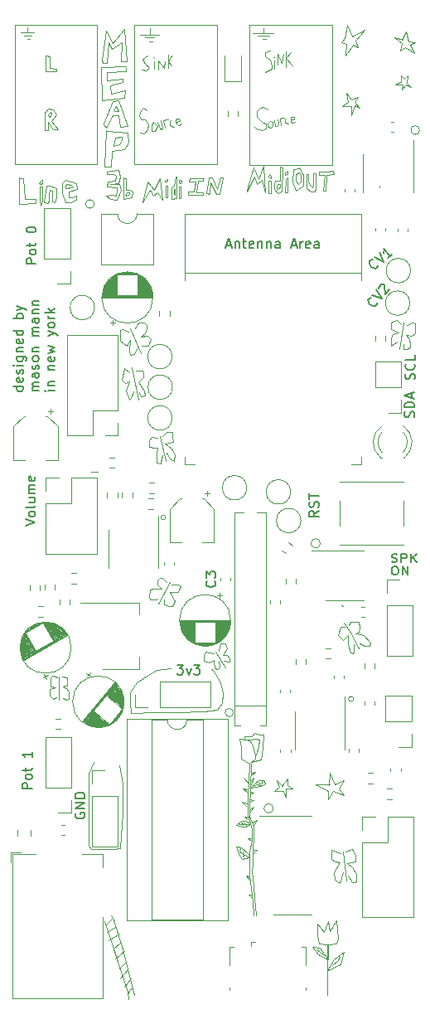
<source format=gbr>
G04 #@! TF.GenerationSoftware,KiCad,Pcbnew,7.0.9*
G04 #@! TF.CreationDate,2024-03-13T00:50:52-04:00*
G04 #@! TF.ProjectId,MEAP_Rev3b,4d454150-5f52-4657-9633-622e6b696361,rev?*
G04 #@! TF.SameCoordinates,Original*
G04 #@! TF.FileFunction,Legend,Top*
G04 #@! TF.FilePolarity,Positive*
%FSLAX46Y46*%
G04 Gerber Fmt 4.6, Leading zero omitted, Abs format (unit mm)*
G04 Created by KiCad (PCBNEW 7.0.9) date 2024-03-13 00:50:52*
%MOMM*%
%LPD*%
G01*
G04 APERTURE LIST*
%ADD10C,0.120000*%
%ADD11C,0.150000*%
G04 APERTURE END LIST*
D10*
X27540000Y-89550000D02*
X30370000Y-89450000D01*
X44780000Y-80840000D02*
X44320000Y-80840000D01*
X22250000Y-117520000D02*
X22870000Y-116690000D01*
X37200000Y-35280000D02*
X36990000Y-35220000D01*
X34180000Y-103310000D02*
X34860000Y-103900000D01*
X38800000Y-28830000D02*
X38610000Y-28990000D01*
X22050000Y-50430000D02*
X21810000Y-50470000D01*
X51230000Y-21070000D02*
X51910000Y-21100000D01*
X37100000Y-29130000D02*
X36910000Y-29400000D01*
X14610000Y-36180000D02*
X14500000Y-36570000D01*
X14400000Y-37540000D02*
X14000000Y-37420000D01*
X41410000Y-113480000D02*
X42000000Y-114290000D01*
X38140000Y-33830000D02*
X38140000Y-35230000D01*
X11430000Y-34940000D02*
X11500000Y-37660000D01*
X51410000Y-21390000D02*
X51850000Y-22210000D01*
X24070000Y-54610000D02*
X24190000Y-54880000D01*
X32260000Y-87560000D02*
X32060000Y-86520000D01*
X20640000Y-112810000D02*
X21690000Y-112100000D01*
X24740000Y-23630000D02*
X24500000Y-24020000D01*
X14850000Y-36250000D02*
X14610000Y-36180000D01*
X25640000Y-76480000D02*
X25750000Y-76620000D01*
X14580000Y-22580000D02*
X14230000Y-22510000D01*
X40010000Y-35610000D02*
X40230000Y-35360000D01*
X44590000Y-82200000D02*
X45070000Y-81670000D01*
X38900000Y-96940000D02*
X39450000Y-97340000D01*
X24850000Y-36210000D02*
X24120000Y-37450000D01*
X51910000Y-21100000D02*
X51410000Y-21390000D01*
X44880000Y-106740000D02*
X44540000Y-103780000D01*
X19940000Y-27060000D02*
X22260000Y-26770000D01*
X31960000Y-36580000D02*
X31580000Y-36590000D01*
X39430000Y-35360000D02*
X39720000Y-36230000D01*
X27780000Y-35420000D02*
X27940000Y-35530000D01*
X27930000Y-29620000D02*
X28010000Y-29430000D01*
X26890000Y-29140000D02*
X26850000Y-29530000D01*
X40070000Y-33960000D02*
X39470000Y-34080000D01*
X31190000Y-34940000D02*
X31670000Y-36110000D01*
X14490000Y-28740000D02*
X14650000Y-28650000D01*
X38610000Y-28990000D02*
X38610000Y-29340000D01*
X16760000Y-37450000D02*
X17330000Y-37210000D01*
X41410000Y-35950000D02*
X41270000Y-35800000D01*
X26490000Y-29000000D02*
X26730000Y-29020000D01*
X16780000Y-35680000D02*
X16330000Y-35610000D01*
X35420000Y-107220000D02*
X35550000Y-108450000D01*
X28000000Y-35880000D02*
X27830000Y-35820000D01*
X26400000Y-62100000D02*
X27040000Y-62640000D01*
X34980000Y-99290000D02*
X35010000Y-100200000D01*
X35900000Y-35070000D02*
X36420000Y-33690000D01*
X26260000Y-23780000D02*
X26360000Y-23080000D01*
X45770000Y-106920000D02*
X45470000Y-106870000D01*
X20420000Y-23270000D02*
X20020000Y-23270000D01*
X24320000Y-50870000D02*
X23880000Y-51140000D01*
X23020000Y-36960000D02*
X23060000Y-36360000D01*
X35210000Y-95740000D02*
X35600000Y-95650000D01*
X37480000Y-22660000D02*
X37490000Y-22600000D01*
X36600000Y-22100000D02*
X36600000Y-22570000D01*
X20130000Y-29400000D02*
X21030000Y-27130000D01*
X45470000Y-103470000D02*
X45810000Y-104090000D01*
X27270000Y-35750000D02*
X27020000Y-35930000D01*
X20450000Y-34570000D02*
X20450000Y-34340000D01*
X34960000Y-104310000D02*
X34250000Y-104500000D01*
X20330000Y-36740000D02*
X20950000Y-36720000D01*
X27420000Y-63230000D02*
X27310000Y-63890000D01*
X46170000Y-83010000D02*
X45240000Y-81190000D01*
X44320000Y-80840000D02*
X44030000Y-81690000D01*
X21720000Y-35630000D02*
X21890000Y-36190000D01*
X16280000Y-87110000D02*
X16560000Y-87390000D01*
X15860000Y-85910000D02*
X16340000Y-85930000D01*
X49570000Y-51030000D02*
X49500000Y-51410000D01*
X43880000Y-113110000D02*
X43020000Y-113240000D01*
X24850000Y-19640000D02*
X24850000Y-20360000D01*
X32530000Y-84940000D02*
X31530000Y-83320000D01*
X35030000Y-92430000D02*
X35220000Y-92740000D01*
X13830000Y-35180000D02*
X13740000Y-35180000D01*
X26240000Y-29060000D02*
X26380000Y-29810000D01*
X23870000Y-20360000D02*
X25760000Y-20360000D01*
X35050000Y-99410000D02*
X35460000Y-99180000D01*
X11930000Y-35020000D02*
X11480000Y-34990000D01*
X37490000Y-22600000D02*
X37550000Y-22660000D01*
X44640000Y-96450000D02*
X44110000Y-97350000D01*
X15300000Y-24060000D02*
X15300000Y-23800000D01*
X16540000Y-36820000D02*
X16540000Y-36330000D01*
X24780000Y-61720000D02*
X24780000Y-62470000D01*
X42900000Y-34640000D02*
X43610000Y-34540000D01*
X27990000Y-76620000D02*
X27840000Y-77030000D01*
X34830000Y-100200000D02*
X34480000Y-100230000D01*
X27010000Y-36470000D02*
X27070000Y-37080000D01*
X35410000Y-96240000D02*
X35150000Y-96900000D01*
X44970000Y-19360000D02*
X45530000Y-20510000D01*
X25690000Y-23900000D02*
X25710000Y-23000000D01*
X37530000Y-23010000D02*
X37550000Y-23830000D01*
X26140000Y-29810000D02*
X25970000Y-29100000D01*
X47300000Y-82790000D02*
X46790000Y-82790000D01*
X36320000Y-20760000D02*
X36660000Y-20760000D01*
X51530000Y-25710000D02*
X50980000Y-25440000D01*
X28770000Y-36360000D02*
X29360000Y-36390000D01*
X14650000Y-28650000D02*
X14760000Y-28390000D01*
X16120000Y-86820000D02*
X15930000Y-86870000D01*
X21810000Y-50470000D02*
X21800000Y-51620000D01*
X24340000Y-29030000D02*
X24710000Y-29530000D01*
X34890000Y-108170000D02*
X35290000Y-108450000D01*
X22940000Y-89580000D02*
X25330000Y-89560000D01*
X20870000Y-26340000D02*
X20780000Y-25540000D01*
X44740000Y-20690000D02*
X44970000Y-19360000D01*
X37900000Y-23440000D02*
X37920000Y-22320000D01*
X14210000Y-24060000D02*
X15300000Y-24060000D01*
X12770000Y-20450000D02*
X11980000Y-20450000D01*
X30270000Y-35270000D02*
X29720000Y-35270000D01*
X25150000Y-22610000D02*
X25300000Y-22690000D01*
X44890000Y-21270000D02*
X44390000Y-21130000D01*
X28760000Y-36690000D02*
X28770000Y-36360000D01*
X24750000Y-77770000D02*
X24870000Y-78000000D01*
X14760000Y-28390000D02*
X14690000Y-28240000D01*
X39200000Y-29180000D02*
X39320000Y-29360000D01*
X20450000Y-35850000D02*
X20520000Y-35330000D01*
X21450000Y-37190000D02*
X20750000Y-37080000D01*
X26120000Y-61360000D02*
X26570000Y-60950000D01*
X41820000Y-36000000D02*
X41790000Y-34460000D01*
X19148292Y-37620000D02*
G75*
G03*
X19148292Y-37620000I-438292J0D01*
G01*
X22170000Y-37090000D02*
X23020000Y-36960000D01*
X35770000Y-100500000D02*
X35480000Y-100920000D01*
X14620000Y-87190000D02*
X14590000Y-87850000D01*
X25900000Y-75770000D02*
X25640000Y-76060000D01*
X35250000Y-101490000D02*
X35270000Y-102530000D01*
X36350000Y-29290000D02*
X36690000Y-29400000D01*
X38350000Y-28840000D02*
X38550000Y-28840000D01*
X25190000Y-76890000D02*
X24870000Y-76980000D01*
X34320000Y-100930000D02*
X33910000Y-100980000D01*
X35560000Y-94290000D02*
X34970000Y-94760000D01*
X22330000Y-36660000D02*
X22510000Y-36780000D01*
X25580000Y-36400000D02*
X25200000Y-36780000D01*
X43640000Y-114720000D02*
X44660000Y-114020000D01*
X51930000Y-50340000D02*
X51930000Y-50800000D01*
X14680000Y-86020000D02*
X14660000Y-86450000D01*
X35450000Y-102090000D02*
X35360000Y-103690000D01*
X32940000Y-84390000D02*
X32420000Y-84280000D01*
X45810000Y-104090000D02*
X45810000Y-104770000D01*
X37870000Y-36520000D02*
X38340000Y-36380000D01*
X27160000Y-61250000D02*
X27230000Y-61950000D01*
X14660000Y-86450000D02*
X14680000Y-86930000D01*
X38140000Y-35570000D02*
X37850000Y-35570000D01*
X35800000Y-28170000D02*
X35760000Y-28730000D01*
X24680000Y-85750000D02*
X23500000Y-86460000D01*
X44380000Y-78640000D02*
X44610000Y-78690000D01*
X34810000Y-92300000D02*
X35660000Y-92210000D01*
X22410000Y-34960000D02*
X22140000Y-34960000D01*
X35200000Y-94790000D02*
X35050000Y-97240000D01*
X24190000Y-54880000D02*
X24190000Y-55300000D01*
X18560000Y-102340000D02*
X18560000Y-103180000D01*
X22430000Y-36180000D02*
X22410000Y-34960000D01*
X45560000Y-83490000D02*
X45660000Y-83350000D01*
X38360000Y-33900000D02*
X38140000Y-33830000D01*
X51080000Y-52410000D02*
X50780000Y-52410000D01*
X40060000Y-34390000D02*
X39770000Y-34580000D01*
X27850000Y-35170000D02*
X27780000Y-35420000D01*
X14680000Y-86930000D02*
X15180000Y-86950000D01*
X27690000Y-29620000D02*
X27930000Y-29620000D01*
X38050000Y-36020000D02*
X38100000Y-35820000D01*
X35110000Y-97630000D02*
X35450000Y-97720000D01*
X22200000Y-32020000D02*
X22620000Y-31350000D01*
X26430000Y-35800000D02*
X26430000Y-36970000D01*
X44460000Y-27630000D02*
X45080000Y-27250000D01*
X42266340Y-72280000D02*
G75*
G03*
X42266340Y-72280000I-476340J0D01*
G01*
X36280000Y-35150000D02*
X35810000Y-35620000D01*
X16190000Y-35210000D02*
X15830000Y-35490000D01*
X16560000Y-88150000D02*
X16280000Y-88220000D01*
X35660000Y-29950000D02*
X35480000Y-29740000D01*
X15410000Y-30020000D02*
X14760000Y-29150000D01*
X35590000Y-97180000D02*
X35200000Y-97210000D01*
X35220000Y-92740000D02*
X35560000Y-93880000D01*
X45740000Y-27580000D02*
X45400000Y-28600000D01*
X39470000Y-34080000D02*
X39430000Y-35360000D01*
X25660000Y-78420000D02*
X26840000Y-76270000D01*
X41800000Y-96860000D02*
X43210000Y-96910000D01*
X26650000Y-35770000D02*
X26460000Y-35770000D01*
X40550000Y-34680000D02*
X40080000Y-33920000D01*
X43600000Y-97530000D02*
X43010000Y-98430000D01*
X51220000Y-24520000D02*
X51110000Y-25240000D01*
X25640000Y-76060000D02*
X25640000Y-76480000D01*
X22700000Y-36630000D02*
X22700000Y-36460000D01*
X38870000Y-36470000D02*
X38940000Y-34920000D01*
X35560000Y-93880000D02*
X35560000Y-94290000D01*
X42990000Y-118380000D02*
X42970000Y-113270000D01*
X49600000Y-49620000D02*
X49470000Y-49800000D01*
X14450000Y-28520000D02*
X14490000Y-28740000D01*
X14450000Y-27930000D02*
X14150000Y-28190000D01*
X38920000Y-34260000D02*
X38710000Y-34390000D01*
X25520000Y-64070000D02*
X25910000Y-64130000D01*
X22680000Y-50630000D02*
X22050000Y-50430000D01*
X45460000Y-26980000D02*
X46090000Y-26690000D01*
X14470000Y-30060000D02*
X14470000Y-29260000D01*
X35530000Y-96770000D02*
X35960000Y-96450000D01*
X12340000Y-20090000D02*
X11600000Y-20090000D01*
X43010000Y-98430000D02*
X43010000Y-97550000D01*
X20590000Y-21090000D02*
X20420000Y-23270000D01*
X26080000Y-37230000D02*
X25580000Y-36400000D01*
X46230000Y-80780000D02*
X46150000Y-81400000D01*
X18560000Y-95830000D02*
X18560000Y-97030000D01*
X26690000Y-23060000D02*
X27060000Y-23450000D01*
X21650000Y-35530000D02*
X20750000Y-35570000D01*
X23620000Y-57610000D02*
X22950000Y-54280000D01*
X37310000Y-23510000D02*
X37290000Y-23850000D01*
X34810000Y-98280000D02*
X34810000Y-99920000D01*
X27480000Y-29260000D02*
X27860000Y-29140000D01*
X36190000Y-94320000D02*
X36380000Y-93150000D01*
X40830000Y-36020000D02*
X41270000Y-36340000D01*
X50720000Y-49770000D02*
X50290000Y-52410000D01*
X44390000Y-21130000D02*
X44800000Y-20630000D01*
X38680000Y-34420000D02*
X38680000Y-34620000D01*
X24490000Y-49950000D02*
X24490000Y-50340000D01*
X25520000Y-63130000D02*
X25520000Y-64070000D01*
X20520000Y-35330000D02*
X21290000Y-35250000D01*
X50480000Y-25150000D02*
X50480000Y-24480000D01*
X44240000Y-106980000D02*
X44540000Y-105900000D01*
X16410000Y-86780000D02*
X16120000Y-86820000D01*
X40270000Y-34690000D02*
X40080000Y-34430000D01*
X36600000Y-22570000D02*
X37100000Y-22880000D01*
X34400000Y-104060000D02*
X34300000Y-104230000D01*
X34810000Y-99920000D02*
X35250000Y-101490000D01*
X22920000Y-57440000D02*
X23120000Y-56740000D01*
X25200000Y-36780000D02*
X24850000Y-36210000D01*
X45810000Y-104770000D02*
X44980000Y-104950000D01*
X42590000Y-111950000D02*
X43050000Y-110850000D01*
X23880000Y-51140000D02*
X24590000Y-51110000D01*
X24540000Y-28060000D02*
X24190000Y-27800000D01*
X38740000Y-98240000D02*
X38470000Y-97560000D01*
X27310000Y-63890000D02*
X26870000Y-63660000D01*
X51110000Y-25240000D02*
X51530000Y-25710000D01*
X49500000Y-51410000D02*
X49470000Y-52130000D01*
X34090000Y-103580000D02*
X34090000Y-103430000D01*
X15260000Y-36020000D02*
X15260000Y-36990000D01*
X27800000Y-28890000D02*
X27580000Y-28890000D01*
X50410000Y-21980000D02*
X50610000Y-21210000D01*
X45820000Y-81480000D02*
X46680000Y-81690000D01*
X17380000Y-36140000D02*
X17300000Y-35510000D01*
X35110000Y-97250000D02*
X35530000Y-96770000D01*
X27940000Y-35530000D02*
X28030000Y-35430000D01*
X20190000Y-33810000D02*
X20870000Y-33780000D01*
X23060000Y-36360000D02*
X22810000Y-36180000D01*
X24190000Y-55300000D02*
X23670000Y-55870000D01*
X43610000Y-34540000D02*
X43590000Y-34210000D01*
X37200000Y-36550000D02*
X37200000Y-35280000D01*
X42620000Y-114370000D02*
X41890000Y-113730000D01*
X33890000Y-104040000D02*
X33630000Y-103220000D01*
X13830000Y-35870000D02*
X13600000Y-35870000D01*
X24900000Y-51430000D02*
X24670000Y-52090000D01*
X18560000Y-103180000D02*
X18850000Y-103510000D01*
X35360000Y-108820000D02*
X35440000Y-110300000D01*
X14990000Y-85770000D02*
X14830000Y-85770000D01*
X22790000Y-50320000D02*
X23930000Y-52890000D01*
X31340000Y-83480000D02*
X30520000Y-83340000D01*
X34480000Y-100910000D02*
X34480000Y-100750000D01*
X22380000Y-56690000D02*
X22700000Y-57590000D01*
X21130000Y-110750000D02*
X21990000Y-113410000D01*
X49470000Y-49800000D02*
X49470000Y-50410000D01*
X37620000Y-35270000D02*
X37530000Y-35480000D01*
X43930000Y-110770000D02*
X44100000Y-112650000D01*
X45920000Y-106020000D02*
X45900000Y-106790000D01*
X51360000Y-51410000D02*
X51440000Y-51900000D01*
X26460000Y-63850000D02*
X25840000Y-61340000D01*
X46280000Y-27780000D02*
X45740000Y-27580000D01*
X36380000Y-93150000D02*
X36480000Y-91800000D01*
X30910000Y-84460000D02*
X31340000Y-84210000D01*
X37530000Y-29040000D02*
X37600000Y-29630000D01*
X25510000Y-85240000D02*
X24680000Y-85750000D01*
X16280000Y-88220000D02*
X15930000Y-88090000D01*
X20800000Y-34260000D02*
X21610000Y-34170000D01*
X33660000Y-101040000D02*
X34270000Y-101240000D01*
X43730000Y-96860000D02*
X44640000Y-96450000D01*
X52411885Y-30080000D02*
G75*
G03*
X52411885Y-30080000I-451885J0D01*
G01*
X27280000Y-36120000D02*
X27270000Y-36650000D01*
X27440000Y-34830000D02*
X27300000Y-35730000D01*
X49950000Y-25440000D02*
X50400000Y-25220000D01*
X20780000Y-25540000D02*
X22080000Y-25200000D01*
X44830000Y-22450000D02*
X44890000Y-21270000D01*
X23920000Y-29010000D02*
X24340000Y-29030000D01*
X24780000Y-62470000D02*
X25240000Y-62490000D01*
X21800000Y-103400000D02*
X22090000Y-99760000D01*
X21250000Y-30870000D02*
X21140000Y-31690000D01*
X35220000Y-108160000D02*
X34890000Y-108170000D01*
X21800000Y-29730000D02*
X21590000Y-28550000D01*
X37810000Y-35830000D02*
X37840000Y-36060000D01*
X35760000Y-28730000D02*
X36350000Y-29290000D01*
X14470000Y-29260000D02*
X14970000Y-30000000D01*
X28800000Y-35300000D02*
X28880000Y-34990000D01*
X44650000Y-98010000D02*
X43600000Y-97530000D01*
X22500000Y-23070000D02*
X21910000Y-23070000D01*
X48280000Y-35760000D02*
X48280000Y-35930000D01*
X37790000Y-96450000D02*
X38430000Y-97030000D01*
X34660000Y-100630000D02*
X34150000Y-100630000D01*
X33367612Y-89560000D02*
G75*
G03*
X33367612Y-89560000I-417612J0D01*
G01*
X30370000Y-89450000D02*
X31710000Y-89310000D01*
X36420000Y-27740000D02*
X36070000Y-27810000D01*
X22530000Y-118080000D02*
X22680000Y-118810000D01*
X26620000Y-36970000D02*
X26650000Y-35770000D01*
X14120000Y-28240000D02*
X14120000Y-30090000D01*
X27570000Y-34830000D02*
X27450000Y-34840000D01*
X14760000Y-29150000D02*
X15280000Y-28450000D01*
X20980000Y-32180000D02*
X22200000Y-32020000D01*
X35450000Y-103620000D02*
X35810000Y-103620000D01*
X38940000Y-34920000D02*
X38730000Y-35120000D01*
X28010000Y-37040000D02*
X28000000Y-35880000D01*
X24670000Y-52090000D02*
X24200000Y-52140000D01*
X15930000Y-86870000D02*
X16280000Y-87110000D01*
X45510000Y-105400000D02*
X45920000Y-106020000D01*
X25860000Y-35040000D02*
X26080000Y-37230000D01*
X16340000Y-85930000D02*
X16410000Y-86210000D01*
X11600000Y-20090000D02*
X13030000Y-20100000D01*
X44360000Y-103910000D02*
X43430000Y-103540000D01*
X24870000Y-78000000D02*
X25550000Y-78000000D01*
X25160000Y-29260000D02*
X25010000Y-29610000D01*
X12020000Y-37130000D02*
X11930000Y-35020000D01*
X26260000Y-29050000D02*
X26490000Y-29000000D01*
X43250000Y-34290000D02*
X42120000Y-34330000D01*
X34150000Y-93120000D02*
X34020000Y-92240000D01*
X23500000Y-86460000D02*
X22840000Y-87500000D01*
X37030000Y-34540000D02*
X36980000Y-34860000D01*
X14120000Y-30090000D02*
X14470000Y-30060000D01*
X23210000Y-52970000D02*
X23530000Y-52330000D01*
X45070000Y-82550000D02*
X45320000Y-83460000D01*
X35010000Y-100200000D02*
X35450000Y-101110000D01*
X36010000Y-91800000D02*
X35530000Y-91610000D01*
X20020000Y-23270000D02*
X19920000Y-22920000D01*
X25830000Y-29950000D02*
X26020000Y-29990000D01*
X14830000Y-85770000D02*
X14680000Y-86020000D01*
X24760000Y-20990000D02*
X25060000Y-20990000D01*
X15340000Y-85970000D02*
X14990000Y-85770000D01*
X39770000Y-35270000D02*
X40010000Y-35610000D01*
X35970000Y-93000000D02*
X35660000Y-93880000D01*
X14000000Y-37400000D02*
X14240000Y-35760000D01*
X21960000Y-31140000D02*
X21970000Y-30770000D01*
X27410000Y-36690000D02*
X27420000Y-36140000D01*
X37290000Y-23850000D02*
X36640000Y-24130000D01*
X43010000Y-97550000D02*
X41800000Y-96860000D01*
X24190000Y-27800000D02*
X23910000Y-28050000D01*
X19180000Y-64960000D02*
X18810000Y-64960000D01*
X27470000Y-29230000D02*
X27530000Y-29430000D01*
X50610000Y-25970000D02*
X50650000Y-25440000D01*
X41520000Y-35660000D02*
X41410000Y-35950000D01*
X36910000Y-29400000D02*
X36910000Y-29780000D01*
X21650000Y-27070000D02*
X22590000Y-29690000D01*
X50080000Y-49470000D02*
X49600000Y-49620000D01*
X13660000Y-37780000D02*
X13810000Y-37320000D01*
X51650000Y-49750000D02*
X51900000Y-49820000D01*
X37200000Y-34970000D02*
X37230000Y-34720000D01*
X35370000Y-20170000D02*
X37490000Y-20170000D01*
X27130000Y-78710000D02*
X26810000Y-78710000D01*
X31820000Y-85140000D02*
X31960000Y-84870000D01*
X43360000Y-104080000D02*
X43360000Y-104490000D01*
X24340000Y-57220000D02*
X23940000Y-57240000D01*
X21290000Y-35250000D02*
X21400000Y-34730000D01*
X51050000Y-19980000D02*
X51230000Y-21070000D01*
X16550000Y-36970000D02*
X16540000Y-36820000D01*
X28880000Y-34960000D02*
X30310000Y-34970000D01*
X21610000Y-34170000D02*
X21780000Y-34800000D01*
X22250000Y-19770000D02*
X22500000Y-23070000D01*
X35450000Y-97720000D02*
X35080000Y-97840000D01*
X14620000Y-35760000D02*
X15260000Y-36020000D01*
X27100000Y-77270000D02*
X26870000Y-77210000D01*
X21930000Y-21130000D02*
X20960000Y-21830000D01*
X20460000Y-24180000D02*
X22420000Y-24100000D01*
X34250000Y-104500000D02*
X33890000Y-104040000D01*
X42080000Y-113110000D02*
X41920000Y-112300000D01*
X13470000Y-35470000D02*
X13670000Y-35560000D01*
X35530000Y-91610000D02*
X35220000Y-91990000D01*
X22270000Y-26060000D02*
X20870000Y-26340000D01*
X20340000Y-111180000D02*
X21020000Y-110530000D01*
X35360000Y-105080000D02*
X35270000Y-105680000D01*
X22590000Y-29690000D02*
X21800000Y-29730000D01*
X16210000Y-37440000D02*
X16760000Y-37450000D01*
X14580000Y-23780000D02*
X14580000Y-22580000D01*
X24560000Y-22460000D02*
X24110000Y-22850000D01*
X24710000Y-29530000D02*
X24580000Y-29990000D01*
X17300000Y-35510000D02*
X16190000Y-35210000D01*
X46770000Y-19860000D02*
X45830000Y-20920000D01*
X45660000Y-83350000D02*
X45690000Y-82580000D01*
X38760000Y-22730000D02*
X39260000Y-22140000D01*
X34150000Y-103850000D02*
X34030000Y-103870000D01*
X44850000Y-103780000D02*
X45470000Y-103470000D01*
X45750000Y-27220000D02*
X46280000Y-27780000D01*
X45320000Y-83460000D02*
X45560000Y-83490000D01*
X43240000Y-111840000D02*
X43930000Y-110770000D01*
X21370000Y-36760000D02*
X21500000Y-36150000D01*
X35490000Y-34850000D02*
X34790000Y-36360000D01*
X42990000Y-115880000D02*
X43640000Y-114720000D01*
X15830000Y-36490000D02*
X16210000Y-37440000D01*
X40230000Y-35360000D02*
X40270000Y-34690000D01*
X24590000Y-51110000D02*
X24900000Y-51430000D01*
X42670000Y-34620000D02*
X42540000Y-36250000D01*
X45590000Y-21360000D02*
X44830000Y-22450000D01*
X15090000Y-37420000D02*
X14850000Y-37390000D01*
X38680000Y-34620000D02*
X38920000Y-34540000D01*
X35010000Y-106120000D02*
X35360000Y-108820000D01*
X45530000Y-20510000D02*
X46770000Y-19860000D01*
X36980000Y-34860000D02*
X37200000Y-34970000D01*
X21990000Y-113410000D02*
X23250000Y-118420000D01*
X26550000Y-76210000D02*
X26110000Y-75770000D01*
X32050000Y-34900000D02*
X32290000Y-34900000D01*
X50520000Y-49900000D02*
X50080000Y-49470000D01*
X20380000Y-103510000D02*
X21080000Y-103510000D01*
X14210000Y-22490000D02*
X14210000Y-24060000D01*
X24110000Y-22850000D02*
X24370000Y-23280000D01*
X22080000Y-25200000D02*
X22070000Y-24800000D01*
X22260000Y-26770000D02*
X22270000Y-26060000D01*
X13550000Y-37210000D02*
X13660000Y-37780000D01*
X23760000Y-28600000D02*
X23920000Y-29010000D01*
X42190000Y-113590000D02*
X41410000Y-113480000D01*
X35810000Y-35620000D02*
X35490000Y-34850000D01*
X26850000Y-29530000D02*
X26990000Y-29690000D01*
X38760000Y-97340000D02*
X38740000Y-98240000D01*
X25310000Y-20590000D02*
X24320000Y-20590000D01*
X50910000Y-21650000D02*
X50410000Y-21980000D01*
X26470000Y-35060000D02*
X26350000Y-35130000D01*
X37360000Y-29600000D02*
X37360000Y-29220000D01*
X14900000Y-88130000D02*
X15310000Y-87980000D01*
X38920000Y-34540000D02*
X38920000Y-34260000D01*
X35360000Y-103690000D02*
X35360000Y-105080000D01*
X27800000Y-37040000D02*
X28010000Y-37040000D01*
X26990000Y-29690000D02*
X27310000Y-29710000D01*
X51600000Y-51100000D02*
X50980000Y-51030000D01*
X26350000Y-35130000D02*
X26350000Y-35340000D01*
X31340000Y-84210000D02*
X31480000Y-85050000D01*
X24500000Y-24020000D02*
X24000000Y-23940000D01*
X22390000Y-23610000D02*
X19850000Y-23670000D01*
X21930000Y-55600000D02*
X22300000Y-55900000D01*
X37100000Y-22880000D02*
X37310000Y-23510000D01*
X38660000Y-36450000D02*
X38870000Y-36470000D01*
X35030000Y-94820000D02*
X34810000Y-98280000D01*
X11500000Y-37660000D02*
X13190000Y-37540000D01*
X37530000Y-35480000D02*
X37530000Y-36140000D01*
X35270000Y-97090000D02*
X36380000Y-96710000D01*
X23420000Y-54630000D02*
X24070000Y-54610000D01*
X43050000Y-110850000D02*
X43240000Y-111840000D01*
X24200000Y-52140000D02*
X24010000Y-52140000D01*
X25710000Y-23000000D02*
X26260000Y-23780000D01*
X31670000Y-36110000D02*
X32040000Y-34900000D01*
X27530000Y-29430000D02*
X27690000Y-29620000D01*
X27080000Y-29030000D02*
X26890000Y-29140000D01*
X22700000Y-117910000D02*
X23080000Y-117650000D01*
X27860000Y-29140000D02*
X27800000Y-28890000D01*
X35660000Y-92210000D02*
X36040000Y-92330000D01*
X13590000Y-35900000D02*
X13550000Y-37210000D01*
X27580000Y-28890000D02*
X27480000Y-29040000D01*
X24280000Y-30430000D02*
X23850000Y-30310000D01*
X45400000Y-27630000D02*
X44460000Y-27630000D01*
X35960000Y-96450000D02*
X36440000Y-96450000D01*
X34400000Y-96200000D02*
X34810000Y-96720000D01*
X46790000Y-82790000D02*
X46250000Y-82500000D01*
X38030000Y-97180000D02*
X37790000Y-96450000D01*
X42000000Y-114290000D02*
X42940000Y-114770000D01*
X31060000Y-35400000D02*
X30970000Y-36620000D01*
X35050000Y-97240000D02*
X34980000Y-99290000D01*
X27590000Y-37010000D02*
X27580000Y-34830000D01*
X32030000Y-82540000D02*
X32530000Y-82540000D01*
X21800000Y-51620000D02*
X22500000Y-52140000D01*
X24270000Y-49710000D02*
X24490000Y-49950000D01*
X41050000Y-35350000D02*
X41040000Y-34560000D01*
X17330000Y-36800000D02*
X16900000Y-36970000D01*
X37230000Y-34720000D02*
X37030000Y-34540000D01*
X18560000Y-97030000D02*
X18560000Y-99030000D01*
X35030000Y-100870000D02*
X34660000Y-100630000D01*
X44030000Y-81690000D02*
X44590000Y-82200000D01*
X13670000Y-35250000D02*
X13470000Y-35470000D01*
X28030000Y-35430000D02*
X28030000Y-35270000D01*
X35460000Y-99180000D02*
X35110000Y-99650000D01*
X34680000Y-101040000D02*
X34680000Y-101160000D01*
X34360000Y-101000000D02*
X34360000Y-101080000D01*
X34860000Y-102390000D02*
X35140000Y-102650000D01*
X35270000Y-105680000D02*
X35420000Y-107220000D01*
X21180000Y-110795000D02*
X20860000Y-110265000D01*
X24580000Y-29990000D02*
X24280000Y-30430000D01*
X22070000Y-24800000D02*
X20460000Y-25030000D01*
X38340000Y-36380000D02*
X38360000Y-33900000D01*
X44100000Y-112650000D02*
X43880000Y-113110000D01*
X43260000Y-95680000D02*
X43730000Y-96860000D01*
X40830000Y-34640000D02*
X40830000Y-36020000D01*
X19070000Y-94620000D02*
X18560000Y-95830000D01*
X43750000Y-106650000D02*
X44240000Y-106980000D01*
X31960000Y-84870000D02*
X31850000Y-84280000D01*
X30890000Y-34920000D02*
X31150000Y-34920000D01*
X35210000Y-102410000D02*
X34860000Y-102390000D01*
X26020000Y-29990000D02*
X26140000Y-29810000D01*
X39370000Y-23510000D02*
X38760000Y-22730000D01*
X50240000Y-50750000D02*
X49620000Y-50930000D01*
X22140000Y-34940000D02*
X22170000Y-37090000D01*
X36270000Y-96670000D02*
X36310000Y-96580000D01*
X14500000Y-36570000D02*
X14500000Y-37210000D01*
X50650000Y-25440000D02*
X49950000Y-25440000D01*
X38330000Y-23270000D02*
X38460000Y-22340000D01*
X31480000Y-85050000D02*
X31820000Y-85140000D01*
X34790000Y-36220000D02*
X35410000Y-33920000D01*
X42120000Y-34620000D02*
X42670000Y-34620000D01*
X25010000Y-29610000D02*
X25010000Y-30140000D01*
X22580000Y-30330000D02*
X20470000Y-30170000D01*
X44110000Y-97350000D02*
X44650000Y-98010000D01*
X34270000Y-101240000D02*
X34640000Y-101240000D01*
X21820000Y-116690000D02*
X22570000Y-115740000D01*
X21400000Y-34730000D02*
X21160000Y-34570000D01*
X22810000Y-36180000D02*
X22430000Y-36180000D01*
X13670000Y-35560000D02*
X13810000Y-35510000D01*
X44980000Y-104950000D02*
X45510000Y-105400000D01*
X23940000Y-57240000D02*
X23720000Y-56820000D01*
X37090000Y-21930000D02*
X36600000Y-22100000D01*
X36480000Y-91800000D02*
X36010000Y-91800000D01*
X21500000Y-36150000D02*
X21480000Y-35940000D01*
X34860000Y-96600000D02*
X34400000Y-96200000D01*
X50980000Y-25440000D02*
X50610000Y-25970000D01*
X22500000Y-52140000D02*
X22790000Y-51480000D01*
X18560000Y-99030000D02*
X18560000Y-101000000D01*
X43760000Y-104760000D02*
X44270000Y-104840000D01*
X35090000Y-96560000D02*
X35410000Y-96240000D01*
X22090000Y-99760000D02*
X22020000Y-96810000D01*
X42780000Y-36260000D02*
X42900000Y-34640000D01*
X39450000Y-29360000D02*
X39630000Y-29220000D01*
X38470000Y-97560000D02*
X37540000Y-97540000D01*
X29360000Y-36390000D02*
X29480000Y-35310000D01*
X25750000Y-76620000D02*
X25990000Y-76890000D01*
X22630000Y-118210000D02*
X22700000Y-117910000D01*
X39450000Y-97340000D02*
X38760000Y-97340000D01*
X35810000Y-103620000D02*
X35430000Y-103920000D01*
X22840000Y-53070000D02*
X22710000Y-52590000D01*
X36440000Y-96450000D02*
X36600000Y-96830000D01*
X26980000Y-85040000D02*
X25510000Y-85240000D01*
X33630000Y-103220000D02*
X34180000Y-103310000D01*
X36850000Y-27980000D02*
X36420000Y-27740000D01*
X49470000Y-52130000D02*
X50110000Y-51670000D01*
X22830000Y-88520000D02*
X22940000Y-89580000D01*
X18560000Y-101000000D02*
X18560000Y-102340000D01*
X22700000Y-36460000D02*
X22530000Y-36440000D01*
X26670000Y-22360000D02*
X26710000Y-23710000D01*
X20390000Y-19920000D02*
X21060000Y-21240000D01*
X21110000Y-113660000D02*
X21820000Y-113040000D01*
X16900000Y-36970000D02*
X16550000Y-36970000D01*
X42120000Y-34330000D02*
X42120000Y-34620000D01*
X27120000Y-60950000D02*
X27160000Y-61250000D01*
X21590000Y-28550000D02*
X21070000Y-28550000D01*
X34150000Y-100630000D02*
X33660000Y-101040000D01*
X34280000Y-98630000D02*
X34700000Y-99080000D01*
X24270000Y-56670000D02*
X24340000Y-57220000D01*
X12340000Y-19560000D02*
X12340000Y-20090000D01*
X20750000Y-37080000D02*
X20330000Y-36740000D01*
X25570000Y-29660000D02*
X25210000Y-29220000D01*
X49470000Y-50410000D02*
X50240000Y-50750000D01*
X44310000Y-115280000D02*
X43050000Y-115820000D01*
X19550000Y-64960000D02*
X19180000Y-64960000D01*
X37220000Y-29800000D02*
X37360000Y-29600000D01*
X35450000Y-101110000D02*
X35450000Y-102090000D01*
X20950000Y-36720000D02*
X21370000Y-36760000D01*
X35600000Y-95650000D02*
X35190000Y-95990000D01*
X27040000Y-62640000D02*
X27420000Y-63230000D01*
X44270000Y-104840000D02*
X43670000Y-105870000D01*
X23290000Y-50350000D02*
X23690000Y-49760000D01*
X34990000Y-100930000D02*
X34320000Y-100930000D01*
X22840000Y-87500000D02*
X22830000Y-88520000D01*
X30300000Y-34990000D02*
X30270000Y-35270000D01*
X15260000Y-36990000D02*
X15090000Y-37420000D01*
X21060000Y-21240000D02*
X22250000Y-19770000D01*
X45070000Y-81670000D02*
X45070000Y-82550000D01*
X41510000Y-34490000D02*
X41520000Y-35660000D01*
X16880000Y-35970000D02*
X16990000Y-35870000D01*
X25050000Y-61440000D02*
X24780000Y-61720000D01*
X25240000Y-62490000D02*
X25610000Y-62510000D01*
X36420000Y-33690000D02*
X36600000Y-36400000D01*
X35300000Y-100750000D02*
X35770000Y-100500000D01*
X26870000Y-63660000D02*
X26500000Y-63000000D01*
X41920000Y-112300000D02*
X41920000Y-111090000D01*
X31710000Y-89310000D02*
X32180000Y-88600000D01*
X45320000Y-80280000D02*
X46150000Y-80280000D01*
X25990000Y-76890000D02*
X25190000Y-76890000D01*
X42970000Y-113270000D02*
X42080000Y-113110000D01*
X25330000Y-89560000D02*
X27540000Y-89550000D01*
X14240000Y-35760000D02*
X14620000Y-35760000D01*
X22420000Y-24100000D02*
X22410000Y-23700000D01*
X21710000Y-115720000D02*
X22420000Y-115040000D01*
X34490000Y-91990000D02*
X34490000Y-92210000D01*
X45080000Y-27250000D02*
X44900000Y-26290000D01*
X26660000Y-35080000D02*
X26510000Y-35080000D01*
X34150000Y-94250000D02*
X34150000Y-93120000D01*
X30290000Y-36700000D02*
X28760000Y-36690000D01*
X20400000Y-30130000D02*
X20190000Y-33810000D01*
X24870000Y-76980000D02*
X24750000Y-77770000D01*
X22770000Y-54800000D02*
X22250000Y-54410000D01*
X27770000Y-35840000D02*
X27800000Y-37040000D01*
X27720000Y-77270000D02*
X27100000Y-77270000D01*
X25010000Y-30140000D02*
X25370000Y-30160000D01*
X31320000Y-85230000D02*
X31110000Y-85160000D01*
X34590000Y-92300000D02*
X35030000Y-92430000D01*
X21070000Y-28550000D02*
X20380000Y-29800000D01*
X19910000Y-22890000D02*
X20390000Y-19920000D01*
X46120000Y-21600000D02*
X45590000Y-21360000D01*
X50980000Y-51030000D02*
X51360000Y-51410000D01*
X38100000Y-35820000D02*
X38100000Y-35580000D01*
X46680000Y-81690000D02*
X47350000Y-82440000D01*
X15830000Y-35490000D02*
X15830000Y-36490000D01*
X27270000Y-36650000D02*
X27410000Y-36690000D01*
X25610000Y-62510000D02*
X25520000Y-63130000D01*
X34260000Y-103900000D02*
X33940000Y-103550000D01*
X23690000Y-49760000D02*
X24270000Y-49710000D01*
X39320000Y-29360000D02*
X39450000Y-29360000D01*
X14850000Y-37390000D02*
X14850000Y-36250000D01*
X34970000Y-94760000D02*
X34150000Y-94250000D01*
X36600000Y-96830000D02*
X36160000Y-97080000D01*
X24850000Y-20360000D02*
X23870000Y-20360000D01*
X30970000Y-36620000D02*
X30630000Y-36560000D01*
X45400000Y-28600000D02*
X45400000Y-27630000D01*
X44900000Y-26290000D02*
X45460000Y-26980000D01*
X37600000Y-29630000D02*
X37830000Y-29630000D01*
X39200000Y-29030000D02*
X39570000Y-28960000D01*
X25550000Y-78000000D02*
X25720000Y-77830000D01*
X35000000Y-104310000D02*
X34260000Y-103900000D01*
X51390000Y-52280000D02*
X51080000Y-52410000D01*
X41270000Y-36340000D02*
X41680000Y-36320000D01*
X38130000Y-28920000D02*
X38220000Y-29550000D01*
X35410000Y-33920000D02*
X35900000Y-35070000D01*
X21480000Y-35940000D02*
X20450000Y-35850000D01*
X34730000Y-98800000D02*
X34280000Y-98630000D01*
X20450000Y-34340000D02*
X20840000Y-34220000D01*
X21300000Y-114690000D02*
X22230000Y-113880000D01*
X27840000Y-77030000D02*
X27720000Y-77270000D01*
X37020000Y-20460000D02*
X35880000Y-20460000D01*
X32320000Y-83710000D02*
X32690000Y-83660000D01*
X35910000Y-96740000D02*
X35970000Y-96610000D01*
X26350000Y-35340000D02*
X26470000Y-35370000D01*
X14650000Y-28210000D02*
X14450000Y-28520000D01*
X25620000Y-29210000D02*
X25830000Y-29950000D01*
X41920000Y-111090000D02*
X42590000Y-111950000D01*
X36600000Y-36400000D02*
X36280000Y-35150000D01*
X36430000Y-19640000D02*
X36450000Y-20170000D01*
X27070000Y-37080000D02*
X27590000Y-37010000D01*
X38100000Y-35280000D02*
X37620000Y-35270000D01*
X49820000Y-20600000D02*
X50670000Y-20860000D01*
X37530000Y-36140000D02*
X37870000Y-36520000D01*
X50560000Y-20890000D02*
X51050000Y-19980000D01*
X29720000Y-35270000D02*
X29630000Y-36450000D01*
X15300000Y-23800000D02*
X14580000Y-23780000D01*
X35270000Y-102530000D02*
X35010000Y-103720000D01*
X36070000Y-27810000D02*
X35800000Y-28170000D01*
X25370000Y-30160000D02*
X25570000Y-29660000D01*
X16560000Y-87390000D02*
X16560000Y-88150000D01*
X43360000Y-104490000D02*
X43760000Y-104760000D01*
X42940000Y-114770000D02*
X42990000Y-115880000D01*
X36310000Y-30120000D02*
X35660000Y-29950000D01*
X42540000Y-36250000D02*
X42780000Y-36260000D01*
X35460000Y-98510000D02*
X34990000Y-98650000D01*
X41790000Y-34460000D02*
X41510000Y-34490000D01*
X14950000Y-28000000D02*
X14450000Y-27930000D01*
X34320000Y-97310000D02*
X34770000Y-97670000D01*
X22020000Y-96810000D02*
X21690000Y-94910000D01*
X22300000Y-55900000D02*
X22730000Y-55750000D01*
X12530000Y-20750000D02*
X12300000Y-20750000D01*
X47350000Y-82440000D02*
X47300000Y-82790000D01*
X21160000Y-34570000D02*
X20450000Y-34570000D01*
X50780000Y-52410000D02*
X50720000Y-51920000D01*
X45830000Y-20920000D02*
X46120000Y-21600000D01*
X21890000Y-36190000D02*
X21450000Y-37190000D01*
X30630000Y-36540000D02*
X30880000Y-34940000D01*
X36970000Y-35220000D02*
X36970000Y-36550000D01*
X16550000Y-36350000D02*
X17380000Y-36140000D01*
X20380000Y-29800000D02*
X20110000Y-29460000D01*
X13190000Y-37540000D02*
X13140000Y-37130000D01*
X50800000Y-24830000D02*
X51220000Y-24520000D01*
X34150000Y-100750000D02*
X34300000Y-100910000D01*
X40550000Y-35760000D02*
X40550000Y-34680000D01*
X31580000Y-36590000D02*
X31060000Y-35400000D01*
X21730000Y-31520000D02*
X21960000Y-31140000D01*
X22250000Y-54410000D02*
X21930000Y-55600000D01*
X43020000Y-114770000D02*
X42190000Y-113590000D01*
X30360000Y-83750000D02*
X30380000Y-84250000D01*
X22510000Y-36780000D02*
X22700000Y-36630000D01*
X16990000Y-35870000D02*
X16780000Y-35680000D01*
X51440000Y-51900000D02*
X51390000Y-52280000D01*
X26870000Y-77210000D02*
X27370000Y-78180000D01*
X36160000Y-97080000D02*
X35590000Y-97180000D01*
X27420000Y-36140000D02*
X27300000Y-36120000D01*
X27080000Y-76480000D02*
X27690000Y-76480000D01*
X22470000Y-36430000D02*
X22330000Y-36660000D01*
X30380000Y-84250000D02*
X30910000Y-84460000D01*
X37850000Y-35570000D02*
X37810000Y-35830000D01*
X39720000Y-36230000D02*
X40550000Y-35760000D01*
X32290000Y-34890000D02*
X31960000Y-36580000D01*
X38710000Y-35160000D02*
X38660000Y-36450000D01*
X14590000Y-87850000D02*
X14900000Y-88130000D01*
X24370000Y-23280000D02*
X24740000Y-23630000D01*
X21970000Y-30770000D02*
X21250000Y-30880000D01*
X21400000Y-27610000D02*
X21590000Y-28130000D01*
X39560000Y-28720000D02*
X39280000Y-28720000D01*
X26110000Y-75770000D02*
X25900000Y-75770000D01*
X34480000Y-100230000D02*
X34860000Y-100470000D01*
X49620000Y-50930000D02*
X49570000Y-51030000D01*
X34850000Y-97410000D02*
X34320000Y-97310000D01*
X22620000Y-31350000D02*
X22580000Y-30330000D01*
X36970000Y-36550000D02*
X37200000Y-36550000D01*
X21140000Y-31690000D02*
X21730000Y-31520000D01*
X35010000Y-106300000D02*
X34640000Y-106170000D01*
X21780000Y-34800000D02*
X21650000Y-35530000D01*
X22820000Y-53030000D02*
X23210000Y-52970000D01*
X32690000Y-83660000D02*
X32940000Y-84050000D01*
X50610000Y-21210000D02*
X49820000Y-20600000D01*
X29480000Y-35310000D02*
X28800000Y-35300000D01*
X27480000Y-29040000D02*
X27470000Y-29230000D01*
X43590000Y-34210000D02*
X43250000Y-34280000D01*
X37840000Y-36060000D02*
X38050000Y-36020000D01*
X17330000Y-37210000D02*
X17330000Y-36800000D01*
X26280000Y-78560000D02*
X26280000Y-77970000D01*
X25260000Y-36210000D02*
X25860000Y-35040000D01*
X20450000Y-111990000D02*
X21300000Y-111430000D01*
X43020000Y-113240000D02*
X43020000Y-114770000D01*
X32940000Y-84050000D02*
X32940000Y-84390000D01*
X16190000Y-35760000D02*
X16190000Y-36040000D01*
X36450000Y-20170000D02*
X35370000Y-20170000D01*
X25230000Y-23100000D02*
X25230000Y-23820000D01*
X13140000Y-37130000D02*
X12020000Y-37130000D01*
X37930000Y-29240000D02*
X37880000Y-29000000D01*
X27230000Y-61950000D02*
X26400000Y-62100000D01*
X26750000Y-23080000D02*
X27080000Y-22480000D01*
X28030000Y-35270000D02*
X27890000Y-35190000D01*
X30290000Y-36440000D02*
X30290000Y-36700000D01*
X20750000Y-35570000D02*
X21720000Y-35630000D01*
X44660000Y-114020000D02*
X44310000Y-115280000D01*
X32670000Y-82750000D02*
X32690000Y-83020000D01*
X46150000Y-80280000D02*
X46230000Y-80780000D01*
X25590000Y-61490000D02*
X25050000Y-61440000D01*
X36690000Y-29400000D02*
X36680000Y-29920000D01*
X34640000Y-101240000D02*
X35080000Y-100930000D01*
X22790000Y-51480000D02*
X22710000Y-52680000D01*
X38610000Y-29340000D02*
X38950000Y-29410000D01*
X51850000Y-22210000D02*
X50910000Y-21650000D01*
X13810000Y-37320000D02*
X13830000Y-35870000D01*
X32530000Y-82540000D02*
X32670000Y-82750000D01*
X43480000Y-115370000D02*
X44070000Y-114830000D01*
X39770000Y-34580000D02*
X39770000Y-35270000D01*
X24560000Y-35320000D02*
X25260000Y-36210000D01*
X32180000Y-88600000D02*
X32260000Y-87560000D01*
X37920000Y-22320000D02*
X38330000Y-23270000D01*
X13810000Y-35510000D02*
X13830000Y-35180000D01*
X51930000Y-50800000D02*
X51600000Y-51100000D01*
X21130000Y-28070000D02*
X21400000Y-27610000D01*
X22700000Y-57590000D02*
X22920000Y-57440000D01*
X27370000Y-78180000D02*
X27130000Y-78710000D01*
X35010000Y-103720000D02*
X35010000Y-106120000D01*
X20870000Y-33780000D02*
X20980000Y-32180000D01*
X37438188Y-99330000D02*
G75*
G03*
X37438188Y-99330000I-468188J0D01*
G01*
X32060000Y-86520000D02*
X31320000Y-85230000D01*
X15560000Y-88220000D02*
X15530000Y-85910000D01*
X39280000Y-28720000D02*
X39230000Y-28850000D01*
X34350000Y-103850000D02*
X34350000Y-103720000D01*
X37360000Y-29220000D02*
X37140000Y-29120000D01*
X22730000Y-55750000D02*
X22380000Y-56690000D01*
X35010000Y-98410000D02*
X35460000Y-98510000D01*
X38870000Y-96320000D02*
X38900000Y-96940000D01*
X51900000Y-49820000D02*
X51930000Y-50340000D01*
X34640000Y-106170000D02*
X35010000Y-106590000D01*
X32690000Y-83020000D02*
X32320000Y-83710000D01*
X46150000Y-81400000D02*
X45820000Y-81480000D01*
X44070000Y-114830000D02*
X44260000Y-114530000D01*
X15180000Y-86950000D02*
X14620000Y-87190000D01*
X36040000Y-92330000D02*
X35970000Y-93000000D01*
X21030000Y-27130000D02*
X21650000Y-27070000D01*
X37830000Y-29630000D02*
X37930000Y-29500000D01*
X45900000Y-106790000D02*
X45770000Y-106920000D01*
X14500000Y-37210000D02*
X14400000Y-37540000D01*
X38320000Y-97090000D02*
X38870000Y-96320000D01*
X41680000Y-36320000D02*
X41820000Y-36000000D01*
X26660000Y-35260000D02*
X26660000Y-35080000D01*
X39570000Y-28960000D02*
X39560000Y-28720000D01*
X25910000Y-64130000D02*
X25950000Y-63980000D01*
X45470000Y-106870000D02*
X45080000Y-106210000D01*
X15280000Y-28450000D02*
X14950000Y-28000000D01*
X26810000Y-78710000D02*
X26280000Y-78560000D01*
X36910000Y-29780000D02*
X37220000Y-29800000D01*
X38740000Y-22050000D02*
X38740000Y-23660000D01*
X24490000Y-50340000D02*
X24320000Y-50870000D01*
X20460000Y-25030000D02*
X20460000Y-24180000D01*
X35220000Y-91990000D02*
X34840000Y-91990000D01*
X26570000Y-60950000D02*
X27120000Y-60950000D01*
X21590000Y-28130000D02*
X21170000Y-28130000D01*
X31870000Y-83270000D02*
X32030000Y-82540000D01*
X43670000Y-105870000D02*
X43750000Y-106650000D01*
X26451868Y-69640000D02*
G75*
G03*
X26451868Y-69640000I-241868J0D01*
G01*
X20960000Y-21830000D02*
X20590000Y-21090000D01*
X41270000Y-35800000D02*
X41050000Y-35350000D01*
X50480000Y-24480000D02*
X50800000Y-24830000D01*
X34860000Y-103900000D02*
X34980000Y-104210000D01*
X21080000Y-103510000D02*
X21800000Y-103400000D01*
X41040000Y-34560000D02*
X40840000Y-34590000D01*
X38140000Y-28900000D02*
X38350000Y-28840000D01*
X18850000Y-103510000D02*
X20380000Y-103510000D01*
X30520000Y-83340000D02*
X30360000Y-83750000D01*
X35160000Y-94630000D02*
X36190000Y-94320000D01*
X27690000Y-76480000D02*
X27990000Y-76620000D01*
X35550000Y-108450000D02*
X35690000Y-110280000D01*
X19850000Y-23670000D02*
X19940000Y-27060000D01*
X44650000Y-80380000D02*
X45260000Y-81240000D01*
X16190000Y-36040000D02*
X16880000Y-35970000D01*
X16330000Y-35610000D02*
X16190000Y-35760000D01*
X51130000Y-49950000D02*
X51650000Y-49750000D01*
X45130000Y-80650000D02*
X45320000Y-80280000D01*
X35960000Y-96960000D02*
X36180000Y-96990000D01*
X14970000Y-30000000D02*
X15410000Y-30020000D01*
X46090000Y-26690000D02*
X45750000Y-27220000D01*
X16410000Y-86210000D02*
X16410000Y-86780000D01*
X20150000Y-110850000D02*
X22530000Y-118080000D01*
X24050000Y-37450000D02*
X24560000Y-35320000D01*
X27020000Y-35930000D02*
X27010000Y-36470000D01*
X23670000Y-55870000D02*
X24270000Y-56670000D01*
X34840000Y-91990000D02*
X34490000Y-91990000D01*
X26470000Y-35370000D02*
X26660000Y-35260000D01*
X23910000Y-28050000D02*
X23760000Y-28600000D01*
X21910000Y-23070000D02*
X21930000Y-21130000D01*
X34020000Y-92210000D02*
X34590000Y-92300000D01*
X37930000Y-29500000D02*
X37930000Y-29240000D01*
X43430000Y-103540000D02*
X43360000Y-104080000D01*
X25950000Y-63980000D02*
X26140000Y-63300000D01*
X29630000Y-36450000D02*
X30290000Y-36440000D01*
X37540000Y-97540000D02*
X38030000Y-97180000D01*
X26430000Y-36970000D02*
X26620000Y-36970000D01*
X45650000Y-88160000D02*
G75*
G03*
X45650000Y-88160000I-259422J0D01*
G01*
X43100000Y-96980000D02*
X43260000Y-95680000D01*
X36680000Y-29920000D02*
X36310000Y-30120000D01*
X39230000Y-28850000D02*
X39200000Y-29180000D01*
D11*
X51872200Y-55530839D02*
X51919819Y-55387982D01*
X51919819Y-55387982D02*
X51919819Y-55149887D01*
X51919819Y-55149887D02*
X51872200Y-55054649D01*
X51872200Y-55054649D02*
X51824580Y-55007030D01*
X51824580Y-55007030D02*
X51729342Y-54959411D01*
X51729342Y-54959411D02*
X51634104Y-54959411D01*
X51634104Y-54959411D02*
X51538866Y-55007030D01*
X51538866Y-55007030D02*
X51491247Y-55054649D01*
X51491247Y-55054649D02*
X51443628Y-55149887D01*
X51443628Y-55149887D02*
X51396009Y-55340363D01*
X51396009Y-55340363D02*
X51348390Y-55435601D01*
X51348390Y-55435601D02*
X51300771Y-55483220D01*
X51300771Y-55483220D02*
X51205533Y-55530839D01*
X51205533Y-55530839D02*
X51110295Y-55530839D01*
X51110295Y-55530839D02*
X51015057Y-55483220D01*
X51015057Y-55483220D02*
X50967438Y-55435601D01*
X50967438Y-55435601D02*
X50919819Y-55340363D01*
X50919819Y-55340363D02*
X50919819Y-55102268D01*
X50919819Y-55102268D02*
X50967438Y-54959411D01*
X51824580Y-53959411D02*
X51872200Y-54007030D01*
X51872200Y-54007030D02*
X51919819Y-54149887D01*
X51919819Y-54149887D02*
X51919819Y-54245125D01*
X51919819Y-54245125D02*
X51872200Y-54387982D01*
X51872200Y-54387982D02*
X51776961Y-54483220D01*
X51776961Y-54483220D02*
X51681723Y-54530839D01*
X51681723Y-54530839D02*
X51491247Y-54578458D01*
X51491247Y-54578458D02*
X51348390Y-54578458D01*
X51348390Y-54578458D02*
X51157914Y-54530839D01*
X51157914Y-54530839D02*
X51062676Y-54483220D01*
X51062676Y-54483220D02*
X50967438Y-54387982D01*
X50967438Y-54387982D02*
X50919819Y-54245125D01*
X50919819Y-54245125D02*
X50919819Y-54149887D01*
X50919819Y-54149887D02*
X50967438Y-54007030D01*
X50967438Y-54007030D02*
X51015057Y-53959411D01*
X51919819Y-53054649D02*
X51919819Y-53530839D01*
X51919819Y-53530839D02*
X50919819Y-53530839D01*
X48081103Y-47699375D02*
X48086973Y-47766463D01*
X48086973Y-47766463D02*
X48031624Y-47906506D01*
X48031624Y-47906506D02*
X47970406Y-47979463D01*
X47970406Y-47979463D02*
X47842101Y-48058289D01*
X47842101Y-48058289D02*
X47707927Y-48070028D01*
X47707927Y-48070028D02*
X47604361Y-48045288D01*
X47604361Y-48045288D02*
X47427839Y-47959331D01*
X47427839Y-47959331D02*
X47318404Y-47867504D01*
X47318404Y-47867504D02*
X47203100Y-47708590D01*
X47203100Y-47708590D02*
X47160752Y-47610894D01*
X47160752Y-47610894D02*
X47149013Y-47476719D01*
X47149013Y-47476719D02*
X47204362Y-47336675D01*
X47204362Y-47336675D02*
X47265580Y-47263719D01*
X47265580Y-47263719D02*
X47393885Y-47184893D01*
X47393885Y-47184893D02*
X47460972Y-47179024D01*
X47571669Y-46898936D02*
X48551976Y-47286375D01*
X48551976Y-47286375D02*
X48000194Y-46388240D01*
X48256804Y-46230587D02*
X48250935Y-46163500D01*
X48250935Y-46163500D02*
X48275675Y-46059935D01*
X48275675Y-46059935D02*
X48428719Y-45877543D01*
X48428719Y-45877543D02*
X48526415Y-45835195D01*
X48526415Y-45835195D02*
X48593503Y-45829326D01*
X48593503Y-45829326D02*
X48697068Y-45854066D01*
X48697068Y-45854066D02*
X48770025Y-45915283D01*
X48770025Y-45915283D02*
X48848851Y-46043589D01*
X48848851Y-46043589D02*
X48919283Y-46848635D01*
X48919283Y-46848635D02*
X49317199Y-46374417D01*
X13199819Y-43733220D02*
X12199819Y-43733220D01*
X12199819Y-43733220D02*
X12199819Y-43352268D01*
X12199819Y-43352268D02*
X12247438Y-43257030D01*
X12247438Y-43257030D02*
X12295057Y-43209411D01*
X12295057Y-43209411D02*
X12390295Y-43161792D01*
X12390295Y-43161792D02*
X12533152Y-43161792D01*
X12533152Y-43161792D02*
X12628390Y-43209411D01*
X12628390Y-43209411D02*
X12676009Y-43257030D01*
X12676009Y-43257030D02*
X12723628Y-43352268D01*
X12723628Y-43352268D02*
X12723628Y-43733220D01*
X13199819Y-42590363D02*
X13152200Y-42685601D01*
X13152200Y-42685601D02*
X13104580Y-42733220D01*
X13104580Y-42733220D02*
X13009342Y-42780839D01*
X13009342Y-42780839D02*
X12723628Y-42780839D01*
X12723628Y-42780839D02*
X12628390Y-42733220D01*
X12628390Y-42733220D02*
X12580771Y-42685601D01*
X12580771Y-42685601D02*
X12533152Y-42590363D01*
X12533152Y-42590363D02*
X12533152Y-42447506D01*
X12533152Y-42447506D02*
X12580771Y-42352268D01*
X12580771Y-42352268D02*
X12628390Y-42304649D01*
X12628390Y-42304649D02*
X12723628Y-42257030D01*
X12723628Y-42257030D02*
X13009342Y-42257030D01*
X13009342Y-42257030D02*
X13104580Y-42304649D01*
X13104580Y-42304649D02*
X13152200Y-42352268D01*
X13152200Y-42352268D02*
X13199819Y-42447506D01*
X13199819Y-42447506D02*
X13199819Y-42590363D01*
X12533152Y-41971315D02*
X12533152Y-41590363D01*
X12199819Y-41828458D02*
X13056961Y-41828458D01*
X13056961Y-41828458D02*
X13152200Y-41780839D01*
X13152200Y-41780839D02*
X13199819Y-41685601D01*
X13199819Y-41685601D02*
X13199819Y-41590363D01*
X12199819Y-40304648D02*
X12199819Y-40209410D01*
X12199819Y-40209410D02*
X12247438Y-40114172D01*
X12247438Y-40114172D02*
X12295057Y-40066553D01*
X12295057Y-40066553D02*
X12390295Y-40018934D01*
X12390295Y-40018934D02*
X12580771Y-39971315D01*
X12580771Y-39971315D02*
X12818866Y-39971315D01*
X12818866Y-39971315D02*
X13009342Y-40018934D01*
X13009342Y-40018934D02*
X13104580Y-40066553D01*
X13104580Y-40066553D02*
X13152200Y-40114172D01*
X13152200Y-40114172D02*
X13199819Y-40209410D01*
X13199819Y-40209410D02*
X13199819Y-40304648D01*
X13199819Y-40304648D02*
X13152200Y-40399886D01*
X13152200Y-40399886D02*
X13104580Y-40447505D01*
X13104580Y-40447505D02*
X13009342Y-40495124D01*
X13009342Y-40495124D02*
X12818866Y-40542743D01*
X12818866Y-40542743D02*
X12580771Y-40542743D01*
X12580771Y-40542743D02*
X12390295Y-40495124D01*
X12390295Y-40495124D02*
X12295057Y-40447505D01*
X12295057Y-40447505D02*
X12247438Y-40399886D01*
X12247438Y-40399886D02*
X12199819Y-40304648D01*
X42099819Y-68963446D02*
X41623628Y-69296779D01*
X42099819Y-69534874D02*
X41099819Y-69534874D01*
X41099819Y-69534874D02*
X41099819Y-69153922D01*
X41099819Y-69153922D02*
X41147438Y-69058684D01*
X41147438Y-69058684D02*
X41195057Y-69011065D01*
X41195057Y-69011065D02*
X41290295Y-68963446D01*
X41290295Y-68963446D02*
X41433152Y-68963446D01*
X41433152Y-68963446D02*
X41528390Y-69011065D01*
X41528390Y-69011065D02*
X41576009Y-69058684D01*
X41576009Y-69058684D02*
X41623628Y-69153922D01*
X41623628Y-69153922D02*
X41623628Y-69534874D01*
X42052200Y-68582493D02*
X42099819Y-68439636D01*
X42099819Y-68439636D02*
X42099819Y-68201541D01*
X42099819Y-68201541D02*
X42052200Y-68106303D01*
X42052200Y-68106303D02*
X42004580Y-68058684D01*
X42004580Y-68058684D02*
X41909342Y-68011065D01*
X41909342Y-68011065D02*
X41814104Y-68011065D01*
X41814104Y-68011065D02*
X41718866Y-68058684D01*
X41718866Y-68058684D02*
X41671247Y-68106303D01*
X41671247Y-68106303D02*
X41623628Y-68201541D01*
X41623628Y-68201541D02*
X41576009Y-68392017D01*
X41576009Y-68392017D02*
X41528390Y-68487255D01*
X41528390Y-68487255D02*
X41480771Y-68534874D01*
X41480771Y-68534874D02*
X41385533Y-68582493D01*
X41385533Y-68582493D02*
X41290295Y-68582493D01*
X41290295Y-68582493D02*
X41195057Y-68534874D01*
X41195057Y-68534874D02*
X41147438Y-68487255D01*
X41147438Y-68487255D02*
X41099819Y-68392017D01*
X41099819Y-68392017D02*
X41099819Y-68153922D01*
X41099819Y-68153922D02*
X41147438Y-68011065D01*
X41099819Y-67725350D02*
X41099819Y-67153922D01*
X42099819Y-67439636D02*
X41099819Y-67439636D01*
X12109819Y-70496077D02*
X13109819Y-70162744D01*
X13109819Y-70162744D02*
X12109819Y-69829411D01*
X13109819Y-69353220D02*
X13062200Y-69448458D01*
X13062200Y-69448458D02*
X13014580Y-69496077D01*
X13014580Y-69496077D02*
X12919342Y-69543696D01*
X12919342Y-69543696D02*
X12633628Y-69543696D01*
X12633628Y-69543696D02*
X12538390Y-69496077D01*
X12538390Y-69496077D02*
X12490771Y-69448458D01*
X12490771Y-69448458D02*
X12443152Y-69353220D01*
X12443152Y-69353220D02*
X12443152Y-69210363D01*
X12443152Y-69210363D02*
X12490771Y-69115125D01*
X12490771Y-69115125D02*
X12538390Y-69067506D01*
X12538390Y-69067506D02*
X12633628Y-69019887D01*
X12633628Y-69019887D02*
X12919342Y-69019887D01*
X12919342Y-69019887D02*
X13014580Y-69067506D01*
X13014580Y-69067506D02*
X13062200Y-69115125D01*
X13062200Y-69115125D02*
X13109819Y-69210363D01*
X13109819Y-69210363D02*
X13109819Y-69353220D01*
X13109819Y-68448458D02*
X13062200Y-68543696D01*
X13062200Y-68543696D02*
X12966961Y-68591315D01*
X12966961Y-68591315D02*
X12109819Y-68591315D01*
X12443152Y-67638934D02*
X13109819Y-67638934D01*
X12443152Y-68067505D02*
X12966961Y-68067505D01*
X12966961Y-68067505D02*
X13062200Y-68019886D01*
X13062200Y-68019886D02*
X13109819Y-67924648D01*
X13109819Y-67924648D02*
X13109819Y-67781791D01*
X13109819Y-67781791D02*
X13062200Y-67686553D01*
X13062200Y-67686553D02*
X13014580Y-67638934D01*
X13109819Y-67162743D02*
X12443152Y-67162743D01*
X12538390Y-67162743D02*
X12490771Y-67115124D01*
X12490771Y-67115124D02*
X12443152Y-67019886D01*
X12443152Y-67019886D02*
X12443152Y-66877029D01*
X12443152Y-66877029D02*
X12490771Y-66781791D01*
X12490771Y-66781791D02*
X12586009Y-66734172D01*
X12586009Y-66734172D02*
X13109819Y-66734172D01*
X12586009Y-66734172D02*
X12490771Y-66686553D01*
X12490771Y-66686553D02*
X12443152Y-66591315D01*
X12443152Y-66591315D02*
X12443152Y-66448458D01*
X12443152Y-66448458D02*
X12490771Y-66353219D01*
X12490771Y-66353219D02*
X12586009Y-66305600D01*
X12586009Y-66305600D02*
X13109819Y-66305600D01*
X13062200Y-65448458D02*
X13109819Y-65543696D01*
X13109819Y-65543696D02*
X13109819Y-65734172D01*
X13109819Y-65734172D02*
X13062200Y-65829410D01*
X13062200Y-65829410D02*
X12966961Y-65877029D01*
X12966961Y-65877029D02*
X12586009Y-65877029D01*
X12586009Y-65877029D02*
X12490771Y-65829410D01*
X12490771Y-65829410D02*
X12443152Y-65734172D01*
X12443152Y-65734172D02*
X12443152Y-65543696D01*
X12443152Y-65543696D02*
X12490771Y-65448458D01*
X12490771Y-65448458D02*
X12586009Y-65400839D01*
X12586009Y-65400839D02*
X12681247Y-65400839D01*
X12681247Y-65400839D02*
X12776485Y-65877029D01*
X49539160Y-74138200D02*
X49682017Y-74176295D01*
X49682017Y-74176295D02*
X49920112Y-74176295D01*
X49920112Y-74176295D02*
X50015350Y-74138200D01*
X50015350Y-74138200D02*
X50062969Y-74100104D01*
X50062969Y-74100104D02*
X50110588Y-74023914D01*
X50110588Y-74023914D02*
X50110588Y-73947723D01*
X50110588Y-73947723D02*
X50062969Y-73871533D01*
X50062969Y-73871533D02*
X50015350Y-73833438D01*
X50015350Y-73833438D02*
X49920112Y-73795342D01*
X49920112Y-73795342D02*
X49729636Y-73757247D01*
X49729636Y-73757247D02*
X49634398Y-73719152D01*
X49634398Y-73719152D02*
X49586779Y-73681057D01*
X49586779Y-73681057D02*
X49539160Y-73604866D01*
X49539160Y-73604866D02*
X49539160Y-73528676D01*
X49539160Y-73528676D02*
X49586779Y-73452485D01*
X49586779Y-73452485D02*
X49634398Y-73414390D01*
X49634398Y-73414390D02*
X49729636Y-73376295D01*
X49729636Y-73376295D02*
X49967731Y-73376295D01*
X49967731Y-73376295D02*
X50110588Y-73414390D01*
X50539160Y-74176295D02*
X50539160Y-73376295D01*
X50539160Y-73376295D02*
X50920112Y-73376295D01*
X50920112Y-73376295D02*
X51015350Y-73414390D01*
X51015350Y-73414390D02*
X51062969Y-73452485D01*
X51062969Y-73452485D02*
X51110588Y-73528676D01*
X51110588Y-73528676D02*
X51110588Y-73642961D01*
X51110588Y-73642961D02*
X51062969Y-73719152D01*
X51062969Y-73719152D02*
X51015350Y-73757247D01*
X51015350Y-73757247D02*
X50920112Y-73795342D01*
X50920112Y-73795342D02*
X50539160Y-73795342D01*
X51539160Y-74176295D02*
X51539160Y-73376295D01*
X52110588Y-74176295D02*
X51682017Y-73719152D01*
X52110588Y-73376295D02*
X51539160Y-73833438D01*
X49777255Y-74664295D02*
X49967731Y-74664295D01*
X49967731Y-74664295D02*
X50062969Y-74702390D01*
X50062969Y-74702390D02*
X50158207Y-74778580D01*
X50158207Y-74778580D02*
X50205826Y-74930961D01*
X50205826Y-74930961D02*
X50205826Y-75197628D01*
X50205826Y-75197628D02*
X50158207Y-75350009D01*
X50158207Y-75350009D02*
X50062969Y-75426200D01*
X50062969Y-75426200D02*
X49967731Y-75464295D01*
X49967731Y-75464295D02*
X49777255Y-75464295D01*
X49777255Y-75464295D02*
X49682017Y-75426200D01*
X49682017Y-75426200D02*
X49586779Y-75350009D01*
X49586779Y-75350009D02*
X49539160Y-75197628D01*
X49539160Y-75197628D02*
X49539160Y-74930961D01*
X49539160Y-74930961D02*
X49586779Y-74778580D01*
X49586779Y-74778580D02*
X49682017Y-74702390D01*
X49682017Y-74702390D02*
X49777255Y-74664295D01*
X50634398Y-75464295D02*
X50634398Y-74664295D01*
X50634398Y-74664295D02*
X51205826Y-75464295D01*
X51205826Y-75464295D02*
X51205826Y-74664295D01*
X48160830Y-43883534D02*
X48154961Y-43950621D01*
X48154961Y-43950621D02*
X48076135Y-44078926D01*
X48076135Y-44078926D02*
X48003179Y-44140144D01*
X48003179Y-44140144D02*
X47863135Y-44195492D01*
X47863135Y-44195492D02*
X47728960Y-44183754D01*
X47728960Y-44183754D02*
X47631264Y-44141406D01*
X47631264Y-44141406D02*
X47472350Y-44026102D01*
X47472350Y-44026102D02*
X47380523Y-43916667D01*
X47380523Y-43916667D02*
X47294566Y-43740145D01*
X47294566Y-43740145D02*
X47269826Y-43636579D01*
X47269826Y-43636579D02*
X47281565Y-43502405D01*
X47281565Y-43502405D02*
X47360391Y-43374100D01*
X47360391Y-43374100D02*
X47433348Y-43312882D01*
X47433348Y-43312882D02*
X47573391Y-43257533D01*
X47573391Y-43257533D02*
X47640479Y-43263403D01*
X47798131Y-43006792D02*
X48696266Y-43558574D01*
X48696266Y-43558574D02*
X48308827Y-42578267D01*
X49608224Y-42793351D02*
X49170484Y-43160658D01*
X49389354Y-42977004D02*
X48746567Y-42210960D01*
X48746567Y-42210960D02*
X48765437Y-42381613D01*
X48765437Y-42381613D02*
X48753698Y-42515787D01*
X48753698Y-42515787D02*
X48711350Y-42613483D01*
X51822200Y-59400839D02*
X51869819Y-59257982D01*
X51869819Y-59257982D02*
X51869819Y-59019887D01*
X51869819Y-59019887D02*
X51822200Y-58924649D01*
X51822200Y-58924649D02*
X51774580Y-58877030D01*
X51774580Y-58877030D02*
X51679342Y-58829411D01*
X51679342Y-58829411D02*
X51584104Y-58829411D01*
X51584104Y-58829411D02*
X51488866Y-58877030D01*
X51488866Y-58877030D02*
X51441247Y-58924649D01*
X51441247Y-58924649D02*
X51393628Y-59019887D01*
X51393628Y-59019887D02*
X51346009Y-59210363D01*
X51346009Y-59210363D02*
X51298390Y-59305601D01*
X51298390Y-59305601D02*
X51250771Y-59353220D01*
X51250771Y-59353220D02*
X51155533Y-59400839D01*
X51155533Y-59400839D02*
X51060295Y-59400839D01*
X51060295Y-59400839D02*
X50965057Y-59353220D01*
X50965057Y-59353220D02*
X50917438Y-59305601D01*
X50917438Y-59305601D02*
X50869819Y-59210363D01*
X50869819Y-59210363D02*
X50869819Y-58972268D01*
X50869819Y-58972268D02*
X50917438Y-58829411D01*
X51869819Y-58400839D02*
X50869819Y-58400839D01*
X50869819Y-58400839D02*
X50869819Y-58162744D01*
X50869819Y-58162744D02*
X50917438Y-58019887D01*
X50917438Y-58019887D02*
X51012676Y-57924649D01*
X51012676Y-57924649D02*
X51107914Y-57877030D01*
X51107914Y-57877030D02*
X51298390Y-57829411D01*
X51298390Y-57829411D02*
X51441247Y-57829411D01*
X51441247Y-57829411D02*
X51631723Y-57877030D01*
X51631723Y-57877030D02*
X51726961Y-57924649D01*
X51726961Y-57924649D02*
X51822200Y-58019887D01*
X51822200Y-58019887D02*
X51869819Y-58162744D01*
X51869819Y-58162744D02*
X51869819Y-58400839D01*
X51584104Y-57448458D02*
X51584104Y-56972268D01*
X51869819Y-57543696D02*
X50869819Y-57210363D01*
X50869819Y-57210363D02*
X51869819Y-56877030D01*
X11889819Y-56254649D02*
X10889819Y-56254649D01*
X11842200Y-56254649D02*
X11889819Y-56349887D01*
X11889819Y-56349887D02*
X11889819Y-56540363D01*
X11889819Y-56540363D02*
X11842200Y-56635601D01*
X11842200Y-56635601D02*
X11794580Y-56683220D01*
X11794580Y-56683220D02*
X11699342Y-56730839D01*
X11699342Y-56730839D02*
X11413628Y-56730839D01*
X11413628Y-56730839D02*
X11318390Y-56683220D01*
X11318390Y-56683220D02*
X11270771Y-56635601D01*
X11270771Y-56635601D02*
X11223152Y-56540363D01*
X11223152Y-56540363D02*
X11223152Y-56349887D01*
X11223152Y-56349887D02*
X11270771Y-56254649D01*
X11842200Y-55397506D02*
X11889819Y-55492744D01*
X11889819Y-55492744D02*
X11889819Y-55683220D01*
X11889819Y-55683220D02*
X11842200Y-55778458D01*
X11842200Y-55778458D02*
X11746961Y-55826077D01*
X11746961Y-55826077D02*
X11366009Y-55826077D01*
X11366009Y-55826077D02*
X11270771Y-55778458D01*
X11270771Y-55778458D02*
X11223152Y-55683220D01*
X11223152Y-55683220D02*
X11223152Y-55492744D01*
X11223152Y-55492744D02*
X11270771Y-55397506D01*
X11270771Y-55397506D02*
X11366009Y-55349887D01*
X11366009Y-55349887D02*
X11461247Y-55349887D01*
X11461247Y-55349887D02*
X11556485Y-55826077D01*
X11842200Y-54968934D02*
X11889819Y-54873696D01*
X11889819Y-54873696D02*
X11889819Y-54683220D01*
X11889819Y-54683220D02*
X11842200Y-54587982D01*
X11842200Y-54587982D02*
X11746961Y-54540363D01*
X11746961Y-54540363D02*
X11699342Y-54540363D01*
X11699342Y-54540363D02*
X11604104Y-54587982D01*
X11604104Y-54587982D02*
X11556485Y-54683220D01*
X11556485Y-54683220D02*
X11556485Y-54826077D01*
X11556485Y-54826077D02*
X11508866Y-54921315D01*
X11508866Y-54921315D02*
X11413628Y-54968934D01*
X11413628Y-54968934D02*
X11366009Y-54968934D01*
X11366009Y-54968934D02*
X11270771Y-54921315D01*
X11270771Y-54921315D02*
X11223152Y-54826077D01*
X11223152Y-54826077D02*
X11223152Y-54683220D01*
X11223152Y-54683220D02*
X11270771Y-54587982D01*
X11889819Y-54111791D02*
X11223152Y-54111791D01*
X10889819Y-54111791D02*
X10937438Y-54159410D01*
X10937438Y-54159410D02*
X10985057Y-54111791D01*
X10985057Y-54111791D02*
X10937438Y-54064172D01*
X10937438Y-54064172D02*
X10889819Y-54111791D01*
X10889819Y-54111791D02*
X10985057Y-54111791D01*
X11223152Y-53207030D02*
X12032676Y-53207030D01*
X12032676Y-53207030D02*
X12127914Y-53254649D01*
X12127914Y-53254649D02*
X12175533Y-53302268D01*
X12175533Y-53302268D02*
X12223152Y-53397506D01*
X12223152Y-53397506D02*
X12223152Y-53540363D01*
X12223152Y-53540363D02*
X12175533Y-53635601D01*
X11842200Y-53207030D02*
X11889819Y-53302268D01*
X11889819Y-53302268D02*
X11889819Y-53492744D01*
X11889819Y-53492744D02*
X11842200Y-53587982D01*
X11842200Y-53587982D02*
X11794580Y-53635601D01*
X11794580Y-53635601D02*
X11699342Y-53683220D01*
X11699342Y-53683220D02*
X11413628Y-53683220D01*
X11413628Y-53683220D02*
X11318390Y-53635601D01*
X11318390Y-53635601D02*
X11270771Y-53587982D01*
X11270771Y-53587982D02*
X11223152Y-53492744D01*
X11223152Y-53492744D02*
X11223152Y-53302268D01*
X11223152Y-53302268D02*
X11270771Y-53207030D01*
X11223152Y-52730839D02*
X11889819Y-52730839D01*
X11318390Y-52730839D02*
X11270771Y-52683220D01*
X11270771Y-52683220D02*
X11223152Y-52587982D01*
X11223152Y-52587982D02*
X11223152Y-52445125D01*
X11223152Y-52445125D02*
X11270771Y-52349887D01*
X11270771Y-52349887D02*
X11366009Y-52302268D01*
X11366009Y-52302268D02*
X11889819Y-52302268D01*
X11842200Y-51445125D02*
X11889819Y-51540363D01*
X11889819Y-51540363D02*
X11889819Y-51730839D01*
X11889819Y-51730839D02*
X11842200Y-51826077D01*
X11842200Y-51826077D02*
X11746961Y-51873696D01*
X11746961Y-51873696D02*
X11366009Y-51873696D01*
X11366009Y-51873696D02*
X11270771Y-51826077D01*
X11270771Y-51826077D02*
X11223152Y-51730839D01*
X11223152Y-51730839D02*
X11223152Y-51540363D01*
X11223152Y-51540363D02*
X11270771Y-51445125D01*
X11270771Y-51445125D02*
X11366009Y-51397506D01*
X11366009Y-51397506D02*
X11461247Y-51397506D01*
X11461247Y-51397506D02*
X11556485Y-51873696D01*
X11889819Y-50540363D02*
X10889819Y-50540363D01*
X11842200Y-50540363D02*
X11889819Y-50635601D01*
X11889819Y-50635601D02*
X11889819Y-50826077D01*
X11889819Y-50826077D02*
X11842200Y-50921315D01*
X11842200Y-50921315D02*
X11794580Y-50968934D01*
X11794580Y-50968934D02*
X11699342Y-51016553D01*
X11699342Y-51016553D02*
X11413628Y-51016553D01*
X11413628Y-51016553D02*
X11318390Y-50968934D01*
X11318390Y-50968934D02*
X11270771Y-50921315D01*
X11270771Y-50921315D02*
X11223152Y-50826077D01*
X11223152Y-50826077D02*
X11223152Y-50635601D01*
X11223152Y-50635601D02*
X11270771Y-50540363D01*
X11889819Y-49302267D02*
X10889819Y-49302267D01*
X11270771Y-49302267D02*
X11223152Y-49207029D01*
X11223152Y-49207029D02*
X11223152Y-49016553D01*
X11223152Y-49016553D02*
X11270771Y-48921315D01*
X11270771Y-48921315D02*
X11318390Y-48873696D01*
X11318390Y-48873696D02*
X11413628Y-48826077D01*
X11413628Y-48826077D02*
X11699342Y-48826077D01*
X11699342Y-48826077D02*
X11794580Y-48873696D01*
X11794580Y-48873696D02*
X11842200Y-48921315D01*
X11842200Y-48921315D02*
X11889819Y-49016553D01*
X11889819Y-49016553D02*
X11889819Y-49207029D01*
X11889819Y-49207029D02*
X11842200Y-49302267D01*
X11223152Y-48492743D02*
X11889819Y-48254648D01*
X11223152Y-48016553D02*
X11889819Y-48254648D01*
X11889819Y-48254648D02*
X12127914Y-48349886D01*
X12127914Y-48349886D02*
X12175533Y-48397505D01*
X12175533Y-48397505D02*
X12223152Y-48492743D01*
X13499819Y-56683220D02*
X12833152Y-56683220D01*
X12928390Y-56683220D02*
X12880771Y-56635601D01*
X12880771Y-56635601D02*
X12833152Y-56540363D01*
X12833152Y-56540363D02*
X12833152Y-56397506D01*
X12833152Y-56397506D02*
X12880771Y-56302268D01*
X12880771Y-56302268D02*
X12976009Y-56254649D01*
X12976009Y-56254649D02*
X13499819Y-56254649D01*
X12976009Y-56254649D02*
X12880771Y-56207030D01*
X12880771Y-56207030D02*
X12833152Y-56111792D01*
X12833152Y-56111792D02*
X12833152Y-55968935D01*
X12833152Y-55968935D02*
X12880771Y-55873696D01*
X12880771Y-55873696D02*
X12976009Y-55826077D01*
X12976009Y-55826077D02*
X13499819Y-55826077D01*
X13499819Y-54921316D02*
X12976009Y-54921316D01*
X12976009Y-54921316D02*
X12880771Y-54968935D01*
X12880771Y-54968935D02*
X12833152Y-55064173D01*
X12833152Y-55064173D02*
X12833152Y-55254649D01*
X12833152Y-55254649D02*
X12880771Y-55349887D01*
X13452200Y-54921316D02*
X13499819Y-55016554D01*
X13499819Y-55016554D02*
X13499819Y-55254649D01*
X13499819Y-55254649D02*
X13452200Y-55349887D01*
X13452200Y-55349887D02*
X13356961Y-55397506D01*
X13356961Y-55397506D02*
X13261723Y-55397506D01*
X13261723Y-55397506D02*
X13166485Y-55349887D01*
X13166485Y-55349887D02*
X13118866Y-55254649D01*
X13118866Y-55254649D02*
X13118866Y-55016554D01*
X13118866Y-55016554D02*
X13071247Y-54921316D01*
X13452200Y-54492744D02*
X13499819Y-54397506D01*
X13499819Y-54397506D02*
X13499819Y-54207030D01*
X13499819Y-54207030D02*
X13452200Y-54111792D01*
X13452200Y-54111792D02*
X13356961Y-54064173D01*
X13356961Y-54064173D02*
X13309342Y-54064173D01*
X13309342Y-54064173D02*
X13214104Y-54111792D01*
X13214104Y-54111792D02*
X13166485Y-54207030D01*
X13166485Y-54207030D02*
X13166485Y-54349887D01*
X13166485Y-54349887D02*
X13118866Y-54445125D01*
X13118866Y-54445125D02*
X13023628Y-54492744D01*
X13023628Y-54492744D02*
X12976009Y-54492744D01*
X12976009Y-54492744D02*
X12880771Y-54445125D01*
X12880771Y-54445125D02*
X12833152Y-54349887D01*
X12833152Y-54349887D02*
X12833152Y-54207030D01*
X12833152Y-54207030D02*
X12880771Y-54111792D01*
X13499819Y-53492744D02*
X13452200Y-53587982D01*
X13452200Y-53587982D02*
X13404580Y-53635601D01*
X13404580Y-53635601D02*
X13309342Y-53683220D01*
X13309342Y-53683220D02*
X13023628Y-53683220D01*
X13023628Y-53683220D02*
X12928390Y-53635601D01*
X12928390Y-53635601D02*
X12880771Y-53587982D01*
X12880771Y-53587982D02*
X12833152Y-53492744D01*
X12833152Y-53492744D02*
X12833152Y-53349887D01*
X12833152Y-53349887D02*
X12880771Y-53254649D01*
X12880771Y-53254649D02*
X12928390Y-53207030D01*
X12928390Y-53207030D02*
X13023628Y-53159411D01*
X13023628Y-53159411D02*
X13309342Y-53159411D01*
X13309342Y-53159411D02*
X13404580Y-53207030D01*
X13404580Y-53207030D02*
X13452200Y-53254649D01*
X13452200Y-53254649D02*
X13499819Y-53349887D01*
X13499819Y-53349887D02*
X13499819Y-53492744D01*
X12833152Y-52730839D02*
X13499819Y-52730839D01*
X12928390Y-52730839D02*
X12880771Y-52683220D01*
X12880771Y-52683220D02*
X12833152Y-52587982D01*
X12833152Y-52587982D02*
X12833152Y-52445125D01*
X12833152Y-52445125D02*
X12880771Y-52349887D01*
X12880771Y-52349887D02*
X12976009Y-52302268D01*
X12976009Y-52302268D02*
X13499819Y-52302268D01*
X13499819Y-51064172D02*
X12833152Y-51064172D01*
X12928390Y-51064172D02*
X12880771Y-51016553D01*
X12880771Y-51016553D02*
X12833152Y-50921315D01*
X12833152Y-50921315D02*
X12833152Y-50778458D01*
X12833152Y-50778458D02*
X12880771Y-50683220D01*
X12880771Y-50683220D02*
X12976009Y-50635601D01*
X12976009Y-50635601D02*
X13499819Y-50635601D01*
X12976009Y-50635601D02*
X12880771Y-50587982D01*
X12880771Y-50587982D02*
X12833152Y-50492744D01*
X12833152Y-50492744D02*
X12833152Y-50349887D01*
X12833152Y-50349887D02*
X12880771Y-50254648D01*
X12880771Y-50254648D02*
X12976009Y-50207029D01*
X12976009Y-50207029D02*
X13499819Y-50207029D01*
X13499819Y-49302268D02*
X12976009Y-49302268D01*
X12976009Y-49302268D02*
X12880771Y-49349887D01*
X12880771Y-49349887D02*
X12833152Y-49445125D01*
X12833152Y-49445125D02*
X12833152Y-49635601D01*
X12833152Y-49635601D02*
X12880771Y-49730839D01*
X13452200Y-49302268D02*
X13499819Y-49397506D01*
X13499819Y-49397506D02*
X13499819Y-49635601D01*
X13499819Y-49635601D02*
X13452200Y-49730839D01*
X13452200Y-49730839D02*
X13356961Y-49778458D01*
X13356961Y-49778458D02*
X13261723Y-49778458D01*
X13261723Y-49778458D02*
X13166485Y-49730839D01*
X13166485Y-49730839D02*
X13118866Y-49635601D01*
X13118866Y-49635601D02*
X13118866Y-49397506D01*
X13118866Y-49397506D02*
X13071247Y-49302268D01*
X12833152Y-48826077D02*
X13499819Y-48826077D01*
X12928390Y-48826077D02*
X12880771Y-48778458D01*
X12880771Y-48778458D02*
X12833152Y-48683220D01*
X12833152Y-48683220D02*
X12833152Y-48540363D01*
X12833152Y-48540363D02*
X12880771Y-48445125D01*
X12880771Y-48445125D02*
X12976009Y-48397506D01*
X12976009Y-48397506D02*
X13499819Y-48397506D01*
X12833152Y-47921315D02*
X13499819Y-47921315D01*
X12928390Y-47921315D02*
X12880771Y-47873696D01*
X12880771Y-47873696D02*
X12833152Y-47778458D01*
X12833152Y-47778458D02*
X12833152Y-47635601D01*
X12833152Y-47635601D02*
X12880771Y-47540363D01*
X12880771Y-47540363D02*
X12976009Y-47492744D01*
X12976009Y-47492744D02*
X13499819Y-47492744D01*
X15109819Y-56683220D02*
X14443152Y-56683220D01*
X14109819Y-56683220D02*
X14157438Y-56730839D01*
X14157438Y-56730839D02*
X14205057Y-56683220D01*
X14205057Y-56683220D02*
X14157438Y-56635601D01*
X14157438Y-56635601D02*
X14109819Y-56683220D01*
X14109819Y-56683220D02*
X14205057Y-56683220D01*
X14443152Y-56207030D02*
X15109819Y-56207030D01*
X14538390Y-56207030D02*
X14490771Y-56159411D01*
X14490771Y-56159411D02*
X14443152Y-56064173D01*
X14443152Y-56064173D02*
X14443152Y-55921316D01*
X14443152Y-55921316D02*
X14490771Y-55826078D01*
X14490771Y-55826078D02*
X14586009Y-55778459D01*
X14586009Y-55778459D02*
X15109819Y-55778459D01*
X14443152Y-54540363D02*
X15109819Y-54540363D01*
X14538390Y-54540363D02*
X14490771Y-54492744D01*
X14490771Y-54492744D02*
X14443152Y-54397506D01*
X14443152Y-54397506D02*
X14443152Y-54254649D01*
X14443152Y-54254649D02*
X14490771Y-54159411D01*
X14490771Y-54159411D02*
X14586009Y-54111792D01*
X14586009Y-54111792D02*
X15109819Y-54111792D01*
X15062200Y-53254649D02*
X15109819Y-53349887D01*
X15109819Y-53349887D02*
X15109819Y-53540363D01*
X15109819Y-53540363D02*
X15062200Y-53635601D01*
X15062200Y-53635601D02*
X14966961Y-53683220D01*
X14966961Y-53683220D02*
X14586009Y-53683220D01*
X14586009Y-53683220D02*
X14490771Y-53635601D01*
X14490771Y-53635601D02*
X14443152Y-53540363D01*
X14443152Y-53540363D02*
X14443152Y-53349887D01*
X14443152Y-53349887D02*
X14490771Y-53254649D01*
X14490771Y-53254649D02*
X14586009Y-53207030D01*
X14586009Y-53207030D02*
X14681247Y-53207030D01*
X14681247Y-53207030D02*
X14776485Y-53683220D01*
X14443152Y-52873696D02*
X15109819Y-52683220D01*
X15109819Y-52683220D02*
X14633628Y-52492744D01*
X14633628Y-52492744D02*
X15109819Y-52302268D01*
X15109819Y-52302268D02*
X14443152Y-52111792D01*
X14443152Y-51064172D02*
X15109819Y-50826077D01*
X14443152Y-50587982D02*
X15109819Y-50826077D01*
X15109819Y-50826077D02*
X15347914Y-50921315D01*
X15347914Y-50921315D02*
X15395533Y-50968934D01*
X15395533Y-50968934D02*
X15443152Y-51064172D01*
X15109819Y-50064172D02*
X15062200Y-50159410D01*
X15062200Y-50159410D02*
X15014580Y-50207029D01*
X15014580Y-50207029D02*
X14919342Y-50254648D01*
X14919342Y-50254648D02*
X14633628Y-50254648D01*
X14633628Y-50254648D02*
X14538390Y-50207029D01*
X14538390Y-50207029D02*
X14490771Y-50159410D01*
X14490771Y-50159410D02*
X14443152Y-50064172D01*
X14443152Y-50064172D02*
X14443152Y-49921315D01*
X14443152Y-49921315D02*
X14490771Y-49826077D01*
X14490771Y-49826077D02*
X14538390Y-49778458D01*
X14538390Y-49778458D02*
X14633628Y-49730839D01*
X14633628Y-49730839D02*
X14919342Y-49730839D01*
X14919342Y-49730839D02*
X15014580Y-49778458D01*
X15014580Y-49778458D02*
X15062200Y-49826077D01*
X15062200Y-49826077D02*
X15109819Y-49921315D01*
X15109819Y-49921315D02*
X15109819Y-50064172D01*
X15109819Y-49302267D02*
X14443152Y-49302267D01*
X14633628Y-49302267D02*
X14538390Y-49254648D01*
X14538390Y-49254648D02*
X14490771Y-49207029D01*
X14490771Y-49207029D02*
X14443152Y-49111791D01*
X14443152Y-49111791D02*
X14443152Y-49016553D01*
X15109819Y-48683219D02*
X14109819Y-48683219D01*
X14728866Y-48587981D02*
X15109819Y-48302267D01*
X14443152Y-48302267D02*
X14824104Y-48683219D01*
X17237438Y-99819411D02*
X17189819Y-99914649D01*
X17189819Y-99914649D02*
X17189819Y-100057506D01*
X17189819Y-100057506D02*
X17237438Y-100200363D01*
X17237438Y-100200363D02*
X17332676Y-100295601D01*
X17332676Y-100295601D02*
X17427914Y-100343220D01*
X17427914Y-100343220D02*
X17618390Y-100390839D01*
X17618390Y-100390839D02*
X17761247Y-100390839D01*
X17761247Y-100390839D02*
X17951723Y-100343220D01*
X17951723Y-100343220D02*
X18046961Y-100295601D01*
X18046961Y-100295601D02*
X18142200Y-100200363D01*
X18142200Y-100200363D02*
X18189819Y-100057506D01*
X18189819Y-100057506D02*
X18189819Y-99962268D01*
X18189819Y-99962268D02*
X18142200Y-99819411D01*
X18142200Y-99819411D02*
X18094580Y-99771792D01*
X18094580Y-99771792D02*
X17761247Y-99771792D01*
X17761247Y-99771792D02*
X17761247Y-99962268D01*
X18189819Y-99343220D02*
X17189819Y-99343220D01*
X17189819Y-99343220D02*
X18189819Y-98771792D01*
X18189819Y-98771792D02*
X17189819Y-98771792D01*
X18189819Y-98295601D02*
X17189819Y-98295601D01*
X17189819Y-98295601D02*
X17189819Y-98057506D01*
X17189819Y-98057506D02*
X17237438Y-97914649D01*
X17237438Y-97914649D02*
X17332676Y-97819411D01*
X17332676Y-97819411D02*
X17427914Y-97771792D01*
X17427914Y-97771792D02*
X17618390Y-97724173D01*
X17618390Y-97724173D02*
X17761247Y-97724173D01*
X17761247Y-97724173D02*
X17951723Y-97771792D01*
X17951723Y-97771792D02*
X18046961Y-97819411D01*
X18046961Y-97819411D02*
X18142200Y-97914649D01*
X18142200Y-97914649D02*
X18189819Y-98057506D01*
X18189819Y-98057506D02*
X18189819Y-98295601D01*
X27611541Y-84679819D02*
X28230588Y-84679819D01*
X28230588Y-84679819D02*
X27897255Y-85060771D01*
X27897255Y-85060771D02*
X28040112Y-85060771D01*
X28040112Y-85060771D02*
X28135350Y-85108390D01*
X28135350Y-85108390D02*
X28182969Y-85156009D01*
X28182969Y-85156009D02*
X28230588Y-85251247D01*
X28230588Y-85251247D02*
X28230588Y-85489342D01*
X28230588Y-85489342D02*
X28182969Y-85584580D01*
X28182969Y-85584580D02*
X28135350Y-85632200D01*
X28135350Y-85632200D02*
X28040112Y-85679819D01*
X28040112Y-85679819D02*
X27754398Y-85679819D01*
X27754398Y-85679819D02*
X27659160Y-85632200D01*
X27659160Y-85632200D02*
X27611541Y-85584580D01*
X28563922Y-85013152D02*
X28802017Y-85679819D01*
X28802017Y-85679819D02*
X29040112Y-85013152D01*
X29325827Y-84679819D02*
X29944874Y-84679819D01*
X29944874Y-84679819D02*
X29611541Y-85060771D01*
X29611541Y-85060771D02*
X29754398Y-85060771D01*
X29754398Y-85060771D02*
X29849636Y-85108390D01*
X29849636Y-85108390D02*
X29897255Y-85156009D01*
X29897255Y-85156009D02*
X29944874Y-85251247D01*
X29944874Y-85251247D02*
X29944874Y-85489342D01*
X29944874Y-85489342D02*
X29897255Y-85584580D01*
X29897255Y-85584580D02*
X29849636Y-85632200D01*
X29849636Y-85632200D02*
X29754398Y-85679819D01*
X29754398Y-85679819D02*
X29468684Y-85679819D01*
X29468684Y-85679819D02*
X29373446Y-85632200D01*
X29373446Y-85632200D02*
X29325827Y-85584580D01*
X12789819Y-97323220D02*
X11789819Y-97323220D01*
X11789819Y-97323220D02*
X11789819Y-96942268D01*
X11789819Y-96942268D02*
X11837438Y-96847030D01*
X11837438Y-96847030D02*
X11885057Y-96799411D01*
X11885057Y-96799411D02*
X11980295Y-96751792D01*
X11980295Y-96751792D02*
X12123152Y-96751792D01*
X12123152Y-96751792D02*
X12218390Y-96799411D01*
X12218390Y-96799411D02*
X12266009Y-96847030D01*
X12266009Y-96847030D02*
X12313628Y-96942268D01*
X12313628Y-96942268D02*
X12313628Y-97323220D01*
X12789819Y-96180363D02*
X12742200Y-96275601D01*
X12742200Y-96275601D02*
X12694580Y-96323220D01*
X12694580Y-96323220D02*
X12599342Y-96370839D01*
X12599342Y-96370839D02*
X12313628Y-96370839D01*
X12313628Y-96370839D02*
X12218390Y-96323220D01*
X12218390Y-96323220D02*
X12170771Y-96275601D01*
X12170771Y-96275601D02*
X12123152Y-96180363D01*
X12123152Y-96180363D02*
X12123152Y-96037506D01*
X12123152Y-96037506D02*
X12170771Y-95942268D01*
X12170771Y-95942268D02*
X12218390Y-95894649D01*
X12218390Y-95894649D02*
X12313628Y-95847030D01*
X12313628Y-95847030D02*
X12599342Y-95847030D01*
X12599342Y-95847030D02*
X12694580Y-95894649D01*
X12694580Y-95894649D02*
X12742200Y-95942268D01*
X12742200Y-95942268D02*
X12789819Y-96037506D01*
X12789819Y-96037506D02*
X12789819Y-96180363D01*
X12123152Y-95561315D02*
X12123152Y-95180363D01*
X11789819Y-95418458D02*
X12646961Y-95418458D01*
X12646961Y-95418458D02*
X12742200Y-95370839D01*
X12742200Y-95370839D02*
X12789819Y-95275601D01*
X12789819Y-95275601D02*
X12789819Y-95180363D01*
X12789819Y-93561315D02*
X12789819Y-94132743D01*
X12789819Y-93847029D02*
X11789819Y-93847029D01*
X11789819Y-93847029D02*
X11932676Y-93942267D01*
X11932676Y-93942267D02*
X12027914Y-94037505D01*
X12027914Y-94037505D02*
X12075533Y-94132743D01*
X31469580Y-76116666D02*
X31517200Y-76164285D01*
X31517200Y-76164285D02*
X31564819Y-76307142D01*
X31564819Y-76307142D02*
X31564819Y-76402380D01*
X31564819Y-76402380D02*
X31517200Y-76545237D01*
X31517200Y-76545237D02*
X31421961Y-76640475D01*
X31421961Y-76640475D02*
X31326723Y-76688094D01*
X31326723Y-76688094D02*
X31136247Y-76735713D01*
X31136247Y-76735713D02*
X30993390Y-76735713D01*
X30993390Y-76735713D02*
X30802914Y-76688094D01*
X30802914Y-76688094D02*
X30707676Y-76640475D01*
X30707676Y-76640475D02*
X30612438Y-76545237D01*
X30612438Y-76545237D02*
X30564819Y-76402380D01*
X30564819Y-76402380D02*
X30564819Y-76307142D01*
X30564819Y-76307142D02*
X30612438Y-76164285D01*
X30612438Y-76164285D02*
X30660057Y-76116666D01*
X30564819Y-75783332D02*
X30564819Y-75164285D01*
X30564819Y-75164285D02*
X30945771Y-75497618D01*
X30945771Y-75497618D02*
X30945771Y-75354761D01*
X30945771Y-75354761D02*
X30993390Y-75259523D01*
X30993390Y-75259523D02*
X31041009Y-75211904D01*
X31041009Y-75211904D02*
X31136247Y-75164285D01*
X31136247Y-75164285D02*
X31374342Y-75164285D01*
X31374342Y-75164285D02*
X31469580Y-75211904D01*
X31469580Y-75211904D02*
X31517200Y-75259523D01*
X31517200Y-75259523D02*
X31564819Y-75354761D01*
X31564819Y-75354761D02*
X31564819Y-75640475D01*
X31564819Y-75640475D02*
X31517200Y-75735713D01*
X31517200Y-75735713D02*
X31469580Y-75783332D01*
X32638094Y-41849104D02*
X33114284Y-41849104D01*
X32542856Y-42134819D02*
X32876189Y-41134819D01*
X32876189Y-41134819D02*
X33209522Y-42134819D01*
X33542856Y-41468152D02*
X33542856Y-42134819D01*
X33542856Y-41563390D02*
X33590475Y-41515771D01*
X33590475Y-41515771D02*
X33685713Y-41468152D01*
X33685713Y-41468152D02*
X33828570Y-41468152D01*
X33828570Y-41468152D02*
X33923808Y-41515771D01*
X33923808Y-41515771D02*
X33971427Y-41611009D01*
X33971427Y-41611009D02*
X33971427Y-42134819D01*
X34304761Y-41468152D02*
X34685713Y-41468152D01*
X34447618Y-41134819D02*
X34447618Y-41991961D01*
X34447618Y-41991961D02*
X34495237Y-42087200D01*
X34495237Y-42087200D02*
X34590475Y-42134819D01*
X34590475Y-42134819D02*
X34685713Y-42134819D01*
X35399999Y-42087200D02*
X35304761Y-42134819D01*
X35304761Y-42134819D02*
X35114285Y-42134819D01*
X35114285Y-42134819D02*
X35019047Y-42087200D01*
X35019047Y-42087200D02*
X34971428Y-41991961D01*
X34971428Y-41991961D02*
X34971428Y-41611009D01*
X34971428Y-41611009D02*
X35019047Y-41515771D01*
X35019047Y-41515771D02*
X35114285Y-41468152D01*
X35114285Y-41468152D02*
X35304761Y-41468152D01*
X35304761Y-41468152D02*
X35399999Y-41515771D01*
X35399999Y-41515771D02*
X35447618Y-41611009D01*
X35447618Y-41611009D02*
X35447618Y-41706247D01*
X35447618Y-41706247D02*
X34971428Y-41801485D01*
X35876190Y-41468152D02*
X35876190Y-42134819D01*
X35876190Y-41563390D02*
X35923809Y-41515771D01*
X35923809Y-41515771D02*
X36019047Y-41468152D01*
X36019047Y-41468152D02*
X36161904Y-41468152D01*
X36161904Y-41468152D02*
X36257142Y-41515771D01*
X36257142Y-41515771D02*
X36304761Y-41611009D01*
X36304761Y-41611009D02*
X36304761Y-42134819D01*
X36780952Y-41468152D02*
X36780952Y-42134819D01*
X36780952Y-41563390D02*
X36828571Y-41515771D01*
X36828571Y-41515771D02*
X36923809Y-41468152D01*
X36923809Y-41468152D02*
X37066666Y-41468152D01*
X37066666Y-41468152D02*
X37161904Y-41515771D01*
X37161904Y-41515771D02*
X37209523Y-41611009D01*
X37209523Y-41611009D02*
X37209523Y-42134819D01*
X38114285Y-42134819D02*
X38114285Y-41611009D01*
X38114285Y-41611009D02*
X38066666Y-41515771D01*
X38066666Y-41515771D02*
X37971428Y-41468152D01*
X37971428Y-41468152D02*
X37780952Y-41468152D01*
X37780952Y-41468152D02*
X37685714Y-41515771D01*
X38114285Y-42087200D02*
X38019047Y-42134819D01*
X38019047Y-42134819D02*
X37780952Y-42134819D01*
X37780952Y-42134819D02*
X37685714Y-42087200D01*
X37685714Y-42087200D02*
X37638095Y-41991961D01*
X37638095Y-41991961D02*
X37638095Y-41896723D01*
X37638095Y-41896723D02*
X37685714Y-41801485D01*
X37685714Y-41801485D02*
X37780952Y-41753866D01*
X37780952Y-41753866D02*
X38019047Y-41753866D01*
X38019047Y-41753866D02*
X38114285Y-41706247D01*
X39304762Y-41849104D02*
X39780952Y-41849104D01*
X39209524Y-42134819D02*
X39542857Y-41134819D01*
X39542857Y-41134819D02*
X39876190Y-42134819D01*
X40209524Y-42134819D02*
X40209524Y-41468152D01*
X40209524Y-41658628D02*
X40257143Y-41563390D01*
X40257143Y-41563390D02*
X40304762Y-41515771D01*
X40304762Y-41515771D02*
X40400000Y-41468152D01*
X40400000Y-41468152D02*
X40495238Y-41468152D01*
X41209524Y-42087200D02*
X41114286Y-42134819D01*
X41114286Y-42134819D02*
X40923810Y-42134819D01*
X40923810Y-42134819D02*
X40828572Y-42087200D01*
X40828572Y-42087200D02*
X40780953Y-41991961D01*
X40780953Y-41991961D02*
X40780953Y-41611009D01*
X40780953Y-41611009D02*
X40828572Y-41515771D01*
X40828572Y-41515771D02*
X40923810Y-41468152D01*
X40923810Y-41468152D02*
X41114286Y-41468152D01*
X41114286Y-41468152D02*
X41209524Y-41515771D01*
X41209524Y-41515771D02*
X41257143Y-41611009D01*
X41257143Y-41611009D02*
X41257143Y-41706247D01*
X41257143Y-41706247D02*
X40780953Y-41801485D01*
X42114286Y-42134819D02*
X42114286Y-41611009D01*
X42114286Y-41611009D02*
X42066667Y-41515771D01*
X42066667Y-41515771D02*
X41971429Y-41468152D01*
X41971429Y-41468152D02*
X41780953Y-41468152D01*
X41780953Y-41468152D02*
X41685715Y-41515771D01*
X42114286Y-42087200D02*
X42019048Y-42134819D01*
X42019048Y-42134819D02*
X41780953Y-42134819D01*
X41780953Y-42134819D02*
X41685715Y-42087200D01*
X41685715Y-42087200D02*
X41638096Y-41991961D01*
X41638096Y-41991961D02*
X41638096Y-41896723D01*
X41638096Y-41896723D02*
X41685715Y-41801485D01*
X41685715Y-41801485D02*
X41780953Y-41753866D01*
X41780953Y-41753866D02*
X42019048Y-41753866D01*
X42019048Y-41753866D02*
X42114286Y-41706247D01*
D10*
X22490000Y-90220000D02*
X22490000Y-110780000D01*
X22490000Y-110780000D02*
X32770000Y-110780000D01*
X24980000Y-90280000D02*
X24980000Y-110720000D01*
X24980000Y-110720000D02*
X30280000Y-110720000D01*
X26630000Y-90280000D02*
X24980000Y-90280000D01*
X30280000Y-90280000D02*
X28630000Y-90280000D01*
X30280000Y-110720000D02*
X30280000Y-90280000D01*
X32770000Y-90220000D02*
X22490000Y-90220000D01*
X32770000Y-110780000D02*
X32770000Y-90220000D01*
X26630000Y-90280000D02*
G75*
G03*
X28630000Y-90280000I1000000J0D01*
G01*
X39150000Y-87223733D02*
X39150000Y-87516267D01*
X38130000Y-87223733D02*
X38130000Y-87516267D01*
X19880000Y-38615000D02*
X19880000Y-43815000D01*
X19880000Y-43815000D02*
X25180000Y-43815000D01*
X21530000Y-38615000D02*
X19880000Y-38615000D01*
X25180000Y-38615000D02*
X23530000Y-38615000D01*
X25180000Y-43815000D02*
X25180000Y-38615000D01*
X21530000Y-38615000D02*
G75*
G03*
X23530000Y-38615000I1000000J0D01*
G01*
X19181000Y-48200000D02*
G75*
G03*
X19181000Y-48200000I-1251000J0D01*
G01*
X16113767Y-102040000D02*
X15821233Y-102040000D01*
X16113767Y-101020000D02*
X15821233Y-101020000D01*
X51481000Y-44430000D02*
G75*
G03*
X51481000Y-44430000I-1251000J0D01*
G01*
X43637500Y-86081269D02*
X43637500Y-85788735D01*
X44657500Y-86081269D02*
X44657500Y-85788735D01*
X46550000Y-100180000D02*
X47880000Y-100180000D01*
X46550000Y-101510000D02*
X46550000Y-100180000D01*
X46550000Y-102780000D02*
X46550000Y-110460000D01*
X46550000Y-102780000D02*
X49150000Y-102780000D01*
X46550000Y-110460000D02*
X51750000Y-110460000D01*
X49150000Y-100180000D02*
X51750000Y-100180000D01*
X49150000Y-102780000D02*
X49150000Y-100180000D01*
X51750000Y-100180000D02*
X51750000Y-110460000D01*
X17730000Y-78310000D02*
X23740000Y-78310000D01*
X19980000Y-85130000D02*
X23740000Y-85130000D01*
X23740000Y-78310000D02*
X23740000Y-79570000D01*
X23740000Y-85130000D02*
X23740000Y-83870000D01*
X47649223Y-96788501D02*
X47139775Y-96788501D01*
X47649223Y-95743501D02*
X47139775Y-95743501D01*
X51740000Y-34530000D02*
X51740000Y-31080000D01*
X51740000Y-34530000D02*
X51740000Y-36480000D01*
X46620000Y-34530000D02*
X46620000Y-32580000D01*
X46620000Y-34530000D02*
X46620000Y-36480000D01*
X51401000Y-47750000D02*
G75*
G03*
X51401000Y-47750000I-1251000J0D01*
G01*
X38720258Y-73307450D02*
X38329999Y-72979983D01*
X39391971Y-72506933D02*
X39001712Y-72179466D01*
X31955000Y-77330113D02*
X31955000Y-77830113D01*
X32205000Y-77580113D02*
X31705000Y-77580113D01*
X33060000Y-80134888D02*
X27900000Y-80134888D01*
X33060000Y-80174888D02*
X27900000Y-80174888D01*
X33059000Y-80214888D02*
X27901000Y-80214888D01*
X33058000Y-80254888D02*
X27902000Y-80254888D01*
X33056000Y-80294888D02*
X27904000Y-80294888D01*
X33053000Y-80334888D02*
X27907000Y-80334888D01*
X33049000Y-80374888D02*
X31520000Y-80374888D01*
X29440000Y-80374888D02*
X27911000Y-80374888D01*
X33045000Y-80414888D02*
X31520000Y-80414888D01*
X29440000Y-80414888D02*
X27915000Y-80414888D01*
X33041000Y-80454888D02*
X31520000Y-80454888D01*
X29440000Y-80454888D02*
X27919000Y-80454888D01*
X33036000Y-80494888D02*
X31520000Y-80494888D01*
X29440000Y-80494888D02*
X27924000Y-80494888D01*
X33030000Y-80534888D02*
X31520000Y-80534888D01*
X29440000Y-80534888D02*
X27930000Y-80534888D01*
X33023000Y-80574888D02*
X31520000Y-80574888D01*
X29440000Y-80574888D02*
X27937000Y-80574888D01*
X33016000Y-80614888D02*
X31520000Y-80614888D01*
X29440000Y-80614888D02*
X27944000Y-80614888D01*
X33008000Y-80654888D02*
X31520000Y-80654888D01*
X29440000Y-80654888D02*
X27952000Y-80654888D01*
X33000000Y-80694888D02*
X31520000Y-80694888D01*
X29440000Y-80694888D02*
X27960000Y-80694888D01*
X32991000Y-80734888D02*
X31520000Y-80734888D01*
X29440000Y-80734888D02*
X27969000Y-80734888D01*
X32981000Y-80774888D02*
X31520000Y-80774888D01*
X29440000Y-80774888D02*
X27979000Y-80774888D01*
X32971000Y-80814888D02*
X31520000Y-80814888D01*
X29440000Y-80814888D02*
X27989000Y-80814888D01*
X32960000Y-80855888D02*
X31520000Y-80855888D01*
X29440000Y-80855888D02*
X28000000Y-80855888D01*
X32948000Y-80895888D02*
X31520000Y-80895888D01*
X29440000Y-80895888D02*
X28012000Y-80895888D01*
X32935000Y-80935888D02*
X31520000Y-80935888D01*
X29440000Y-80935888D02*
X28025000Y-80935888D01*
X32922000Y-80975888D02*
X31520000Y-80975888D01*
X29440000Y-80975888D02*
X28038000Y-80975888D01*
X32908000Y-81015888D02*
X31520000Y-81015888D01*
X29440000Y-81015888D02*
X28052000Y-81015888D01*
X32894000Y-81055888D02*
X31520000Y-81055888D01*
X29440000Y-81055888D02*
X28066000Y-81055888D01*
X32878000Y-81095888D02*
X31520000Y-81095888D01*
X29440000Y-81095888D02*
X28082000Y-81095888D01*
X32862000Y-81135888D02*
X31520000Y-81135888D01*
X29440000Y-81135888D02*
X28098000Y-81135888D01*
X32845000Y-81175888D02*
X31520000Y-81175888D01*
X29440000Y-81175888D02*
X28115000Y-81175888D01*
X32828000Y-81215888D02*
X31520000Y-81215888D01*
X29440000Y-81215888D02*
X28132000Y-81215888D01*
X32809000Y-81255888D02*
X31520000Y-81255888D01*
X29440000Y-81255888D02*
X28151000Y-81255888D01*
X32790000Y-81295888D02*
X31520000Y-81295888D01*
X29440000Y-81295888D02*
X28170000Y-81295888D01*
X32770000Y-81335888D02*
X31520000Y-81335888D01*
X29440000Y-81335888D02*
X28190000Y-81335888D01*
X32748000Y-81375888D02*
X31520000Y-81375888D01*
X29440000Y-81375888D02*
X28212000Y-81375888D01*
X32727000Y-81415888D02*
X31520000Y-81415888D01*
X29440000Y-81415888D02*
X28233000Y-81415888D01*
X32704000Y-81455888D02*
X31520000Y-81455888D01*
X29440000Y-81455888D02*
X28256000Y-81455888D01*
X32680000Y-81495888D02*
X31520000Y-81495888D01*
X29440000Y-81495888D02*
X28280000Y-81495888D01*
X32655000Y-81535888D02*
X31520000Y-81535888D01*
X29440000Y-81535888D02*
X28305000Y-81535888D01*
X32629000Y-81575888D02*
X31520000Y-81575888D01*
X29440000Y-81575888D02*
X28331000Y-81575888D01*
X32602000Y-81615888D02*
X31520000Y-81615888D01*
X29440000Y-81615888D02*
X28358000Y-81615888D01*
X32575000Y-81655888D02*
X31520000Y-81655888D01*
X29440000Y-81655888D02*
X28385000Y-81655888D01*
X32545000Y-81695888D02*
X31520000Y-81695888D01*
X29440000Y-81695888D02*
X28415000Y-81695888D01*
X32515000Y-81735888D02*
X31520000Y-81735888D01*
X29440000Y-81735888D02*
X28445000Y-81735888D01*
X32484000Y-81775888D02*
X31520000Y-81775888D01*
X29440000Y-81775888D02*
X28476000Y-81775888D01*
X32451000Y-81815888D02*
X31520000Y-81815888D01*
X29440000Y-81815888D02*
X28509000Y-81815888D01*
X32417000Y-81855888D02*
X31520000Y-81855888D01*
X29440000Y-81855888D02*
X28543000Y-81855888D01*
X32381000Y-81895888D02*
X31520000Y-81895888D01*
X29440000Y-81895888D02*
X28579000Y-81895888D01*
X32344000Y-81935888D02*
X31520000Y-81935888D01*
X29440000Y-81935888D02*
X28616000Y-81935888D01*
X32306000Y-81975888D02*
X31520000Y-81975888D01*
X29440000Y-81975888D02*
X28654000Y-81975888D01*
X32265000Y-82015888D02*
X31520000Y-82015888D01*
X29440000Y-82015888D02*
X28695000Y-82015888D01*
X32223000Y-82055888D02*
X31520000Y-82055888D01*
X29440000Y-82055888D02*
X28737000Y-82055888D01*
X32179000Y-82095888D02*
X31520000Y-82095888D01*
X29440000Y-82095888D02*
X28781000Y-82095888D01*
X32133000Y-82135888D02*
X31520000Y-82135888D01*
X29440000Y-82135888D02*
X28827000Y-82135888D01*
X32085000Y-82175888D02*
X31520000Y-82175888D01*
X29440000Y-82175888D02*
X28875000Y-82175888D01*
X32034000Y-82215888D02*
X31520000Y-82215888D01*
X29440000Y-82215888D02*
X28926000Y-82215888D01*
X31980000Y-82255888D02*
X31520000Y-82255888D01*
X29440000Y-82255888D02*
X28980000Y-82255888D01*
X31923000Y-82295888D02*
X31520000Y-82295888D01*
X29440000Y-82295888D02*
X29037000Y-82295888D01*
X31863000Y-82335888D02*
X31520000Y-82335888D01*
X29440000Y-82335888D02*
X29097000Y-82335888D01*
X31799000Y-82375888D02*
X31520000Y-82375888D01*
X29440000Y-82375888D02*
X29161000Y-82375888D01*
X31731000Y-82415888D02*
X31520000Y-82415888D01*
X29440000Y-82415888D02*
X29229000Y-82415888D01*
X31658000Y-82455888D02*
X29302000Y-82455888D01*
X31578000Y-82495888D02*
X29382000Y-82495888D01*
X31491000Y-82535888D02*
X29469000Y-82535888D01*
X31395000Y-82575888D02*
X29565000Y-82575888D01*
X31285000Y-82615888D02*
X29675000Y-82615888D01*
X31157000Y-82655888D02*
X29803000Y-82655888D01*
X30998000Y-82695888D02*
X29962000Y-82695888D01*
X30764000Y-82735888D02*
X30196000Y-82735888D01*
X33100000Y-80134888D02*
G75*
G03*
X33100000Y-80134888I-2620000J0D01*
G01*
X32030000Y-76096267D02*
X32030000Y-75803733D01*
X33050000Y-76096267D02*
X33050000Y-75803733D01*
X47877500Y-51584724D02*
X47877500Y-51075276D01*
X48922500Y-51584724D02*
X48922500Y-51075276D01*
X27121000Y-59470000D02*
G75*
G03*
X27121000Y-59470000I-1251000J0D01*
G01*
X48870000Y-40076233D02*
X48870000Y-40368767D01*
X47850000Y-40076233D02*
X47850000Y-40368767D01*
X25724998Y-72884997D02*
X25724998Y-69434997D01*
X25724998Y-72884997D02*
X25724998Y-74834997D01*
X20604998Y-72884997D02*
X20604998Y-70934997D01*
X20604998Y-72884997D02*
X20604998Y-74834997D01*
X35020000Y-19370000D02*
X36920000Y-19370000D01*
X35020000Y-33610000D02*
X35020000Y-19370000D01*
X36920000Y-19370000D02*
X43160000Y-19370000D01*
X43160000Y-19370000D02*
X43460000Y-19370000D01*
X43460000Y-19370000D02*
X43460000Y-33610000D01*
X43460000Y-33610000D02*
X35020000Y-33610000D01*
X44775000Y-73015000D02*
X41325000Y-73015000D01*
X44775000Y-73015000D02*
X46725000Y-73015000D01*
X44775000Y-78135000D02*
X42825000Y-78135000D01*
X44775000Y-78135000D02*
X46725000Y-78135000D01*
X45190001Y-93551268D02*
X45190001Y-93258734D01*
X46210001Y-93551268D02*
X46210001Y-93258734D01*
X51560000Y-93050000D02*
X50230000Y-93050000D01*
X51560000Y-91720000D02*
X51560000Y-93050000D01*
X51560000Y-90450000D02*
X51560000Y-87850000D01*
X51560000Y-90450000D02*
X48900000Y-90450000D01*
X51560000Y-87850000D02*
X48900000Y-87850000D01*
X48900000Y-90450000D02*
X48900000Y-87850000D01*
X27111000Y-53210000D02*
G75*
G03*
X27111000Y-53210000I-1251000J0D01*
G01*
X46767500Y-85014724D02*
X46767500Y-84505276D01*
X47812500Y-85014724D02*
X47812500Y-84505276D01*
X33460000Y-90890000D02*
X34110000Y-90890000D01*
X36700000Y-90890000D02*
X36110000Y-90890000D01*
X36700000Y-88890000D02*
X33460000Y-88890000D01*
X33460000Y-69110000D02*
X33460000Y-90890000D01*
X33460000Y-69110000D02*
X34410000Y-69110000D01*
X36700000Y-69110000D02*
X36700000Y-90890000D01*
X36700000Y-69110000D02*
X35810000Y-69110000D01*
X30680000Y-66950000D02*
X30680000Y-67450000D01*
X30930000Y-67200000D02*
X30430000Y-67200000D01*
X30315563Y-67690000D02*
X30180000Y-67690000D01*
X30315563Y-67690000D02*
X31380000Y-68754437D01*
X27924437Y-67690000D02*
X28060000Y-67690000D01*
X27924437Y-67690000D02*
X26860000Y-68754437D01*
X31380000Y-68754437D02*
X31380000Y-72210000D01*
X26860000Y-68754437D02*
X26860000Y-72210000D01*
X31380000Y-72210000D02*
X30180000Y-72210000D01*
X26860000Y-72210000D02*
X28060000Y-72210000D01*
X49030000Y-76020000D02*
X50360000Y-76020000D01*
X49030000Y-77350000D02*
X49030000Y-76020000D01*
X49030000Y-78620000D02*
X49030000Y-83760000D01*
X49030000Y-78620000D02*
X51690000Y-78620000D01*
X49030000Y-83760000D02*
X51690000Y-83760000D01*
X51690000Y-78620000D02*
X51690000Y-83760000D01*
X46453733Y-78810000D02*
X46746267Y-78810000D01*
X46453733Y-79830000D02*
X46746267Y-79830000D01*
X46770000Y-88733767D02*
X46770000Y-88441233D01*
X47790000Y-88733767D02*
X47790000Y-88441233D01*
X28400000Y-38680000D02*
X28400000Y-45430000D01*
X28400000Y-38680000D02*
X46400000Y-38680000D01*
X28400000Y-63430000D02*
X28400000Y-64180000D01*
X28400000Y-64180000D02*
X29400000Y-64180000D01*
X46400000Y-38680000D02*
X46400000Y-45430000D01*
X46400000Y-44620000D02*
X28400000Y-44620000D01*
X46400000Y-63430000D02*
X46400000Y-64180000D01*
X46400000Y-64180000D02*
X45400000Y-64180000D01*
X12567500Y-77047224D02*
X12567500Y-76537776D01*
X13612500Y-77047224D02*
X13612500Y-76537776D01*
X21992499Y-67587219D02*
X21992499Y-67077771D01*
X23037499Y-67587219D02*
X23037499Y-67077771D01*
X17307224Y-76385002D02*
X16797776Y-76385002D01*
X17307224Y-75340002D02*
X16797776Y-75340002D01*
X15132498Y-76525277D02*
X15132498Y-77034725D01*
X14087498Y-76525277D02*
X14087498Y-77034725D01*
X45770000Y-36076233D02*
X45770000Y-36368767D01*
X44750000Y-36076233D02*
X44750000Y-36368767D01*
X50540000Y-58940000D02*
X49210000Y-58940000D01*
X50540000Y-57610000D02*
X50540000Y-58940000D01*
X50540000Y-56340000D02*
X50540000Y-53740000D01*
X50540000Y-56340000D02*
X47880000Y-56340000D01*
X50540000Y-53740000D02*
X47880000Y-53740000D01*
X47880000Y-56340000D02*
X47880000Y-53740000D01*
X11020000Y-19325000D02*
X12920000Y-19325000D01*
X11020000Y-33565000D02*
X11020000Y-19325000D01*
X12920000Y-19325000D02*
X19160000Y-19325000D01*
X19160000Y-19325000D02*
X19460000Y-19325000D01*
X19460000Y-19325000D02*
X19460000Y-33565000D01*
X19460000Y-33565000D02*
X11020000Y-33565000D01*
X40271000Y-69950000D02*
G75*
G03*
X40271000Y-69950000I-1251000J0D01*
G01*
X40792500Y-84145276D02*
X40792500Y-84654724D01*
X39747500Y-84145276D02*
X39747500Y-84654724D01*
X39445000Y-100105000D02*
X35995000Y-100105000D01*
X39445000Y-100105000D02*
X41395000Y-100105000D01*
X39445000Y-110225000D02*
X37495000Y-110225000D01*
X39445000Y-110225000D02*
X41395000Y-110225000D01*
X48404000Y-63515000D02*
X48560000Y-63515000D01*
X50720000Y-63515000D02*
X50876000Y-63515000D01*
X48561392Y-60282666D02*
G75*
G03*
X48404485Y-63514999I1078608J-1672334D01*
G01*
X48560164Y-60913871D02*
G75*
G03*
X48560001Y-62995960I1079836J-1041129D01*
G01*
X50719999Y-62995960D02*
G75*
G03*
X50719836Y-60913871I-1079999J1040960D01*
G01*
X50875515Y-63514999D02*
G75*
G03*
X50718608Y-60282666I-1235515J1559999D01*
G01*
X18890000Y-95490000D02*
X20220000Y-95490000D01*
X18890000Y-96820000D02*
X18890000Y-95490000D01*
X18890000Y-98090000D02*
X18890000Y-103230000D01*
X18890000Y-98090000D02*
X21550000Y-98090000D01*
X18890000Y-103230000D02*
X21550000Y-103230000D01*
X21550000Y-98090000D02*
X21550000Y-103230000D01*
X18361974Y-85513725D02*
X18744996Y-85835119D01*
X18714182Y-85482911D02*
X18392788Y-85865933D01*
X21220837Y-86470121D02*
X17904053Y-90422910D01*
X21251478Y-86495832D02*
X17934694Y-90448622D01*
X21281477Y-86522310D02*
X17965979Y-90473567D01*
X21311476Y-86548787D02*
X17997263Y-90498513D01*
X21340833Y-86576031D02*
X18029191Y-90522692D01*
X21369546Y-86604041D02*
X18061761Y-90546105D01*
X21397617Y-86632816D02*
X20414794Y-87804098D01*
X19077796Y-89397471D02*
X18094974Y-90568753D01*
X21425687Y-86661592D02*
X20445436Y-87829810D01*
X19108438Y-89423182D02*
X18128187Y-90591400D01*
X21453758Y-86690368D02*
X20476078Y-87855521D01*
X19139080Y-89448894D02*
X18161400Y-90614047D01*
X21481186Y-86719909D02*
X20506720Y-87881233D01*
X19169721Y-89474605D02*
X18195255Y-90635929D01*
X21507971Y-86750217D02*
X20537361Y-87906944D01*
X19200363Y-89500317D02*
X18229754Y-90657044D01*
X21534113Y-86781291D02*
X20568003Y-87932656D01*
X19231005Y-89526028D02*
X18264895Y-90677393D01*
X21560255Y-86812365D02*
X20598645Y-87958367D01*
X19261647Y-89551740D02*
X18300037Y-90697742D01*
X21585755Y-86844205D02*
X20629287Y-87984079D01*
X19292289Y-89577451D02*
X18335821Y-90717325D01*
X21611254Y-86876045D02*
X20659929Y-88009790D01*
X19322930Y-89603163D02*
X18371605Y-90736909D01*
X21636111Y-86908650D02*
X20690570Y-88035502D01*
X19353572Y-89628874D02*
X18408032Y-90755726D01*
X21660325Y-86942022D02*
X20721212Y-88061213D01*
X19384214Y-89654586D02*
X18445101Y-90773777D01*
X21684539Y-86975394D02*
X20751854Y-88086925D01*
X19414856Y-89680297D02*
X18482171Y-90791828D01*
X21708876Y-87010175D02*
X20783262Y-88113279D01*
X19446263Y-89706652D02*
X18520649Y-90809756D01*
X21731804Y-87045079D02*
X20813903Y-88138991D01*
X19476905Y-89732363D02*
X18559005Y-90826275D01*
X21754090Y-87080749D02*
X20844545Y-88164702D01*
X19507547Y-89758075D02*
X18598003Y-90842027D01*
X21776375Y-87116419D02*
X20875187Y-88190414D01*
X19538189Y-89783786D02*
X18637001Y-90857780D01*
X21798018Y-87152855D02*
X20905829Y-88216125D01*
X19568831Y-89809498D02*
X18676641Y-90872767D01*
X21819661Y-87189292D02*
X20936471Y-88241837D01*
X19599472Y-89835209D02*
X18716282Y-90887754D01*
X21840018Y-87227260D02*
X20967112Y-88267548D01*
X19630114Y-89860921D02*
X18757209Y-90901209D01*
X21860375Y-87265228D02*
X20997754Y-88293260D01*
X19660756Y-89886632D02*
X18798135Y-90914664D01*
X21880090Y-87303962D02*
X21028396Y-88318971D01*
X19691398Y-89912344D02*
X18839704Y-90927353D01*
X21899804Y-87342697D02*
X21059038Y-88344683D01*
X19722039Y-89938055D02*
X18881273Y-90940041D01*
X21918233Y-87382963D02*
X21089679Y-88370394D01*
X19752681Y-89963767D02*
X18924128Y-90951198D01*
X21936662Y-87423229D02*
X21120321Y-88396106D01*
X19783323Y-89989478D02*
X18966983Y-90962355D01*
X21954448Y-87464262D02*
X21150963Y-88421817D01*
X19813965Y-90015190D02*
X19010480Y-90972745D01*
X21970948Y-87506826D02*
X21181605Y-88447529D01*
X19844607Y-90040901D02*
X19055263Y-90981604D01*
X21988091Y-87548625D02*
X21212247Y-88473240D01*
X19875248Y-90066613D02*
X19099404Y-90991228D01*
X22003949Y-87591955D02*
X21242888Y-88498952D01*
X19905890Y-90092324D02*
X19144830Y-90999321D01*
X22019164Y-87636052D02*
X21273530Y-88524663D01*
X19936532Y-90118036D02*
X19190898Y-91006647D01*
X22033736Y-87680914D02*
X21304172Y-88550375D01*
X19967174Y-90143747D02*
X19237610Y-91013208D01*
X22047665Y-87726543D02*
X21334814Y-88576086D01*
X19997815Y-90169459D02*
X19284964Y-91019002D01*
X22060952Y-87772938D02*
X21365455Y-88601798D01*
X20028457Y-90195170D02*
X19332961Y-91024030D01*
X22074238Y-87819332D02*
X21396097Y-88627509D01*
X20059099Y-90220882D02*
X19380958Y-91029059D01*
X22085596Y-87868025D02*
X21426739Y-88653221D01*
X20089741Y-90246593D02*
X19430884Y-91031789D01*
X22096954Y-87916718D02*
X21457381Y-88678932D01*
X20120383Y-90272305D02*
X19480809Y-91034519D01*
X22107670Y-87966177D02*
X21488023Y-88704644D01*
X20151024Y-90298016D02*
X19531377Y-91036483D01*
X22117100Y-88017168D02*
X21518664Y-88730355D01*
X20181666Y-90323728D02*
X19583231Y-91036915D01*
X22125887Y-88068925D02*
X21549306Y-88756067D01*
X20212308Y-90349439D02*
X19635727Y-91036581D01*
X22133388Y-88122214D02*
X21579948Y-88781778D01*
X20242950Y-90375151D02*
X19689510Y-91034715D01*
X22140247Y-88176269D02*
X21610590Y-88807490D01*
X20273591Y-90400862D02*
X19743934Y-91032083D01*
X22146463Y-88231090D02*
X21641231Y-88833201D01*
X20304233Y-90426574D02*
X19799002Y-91028685D01*
X22150750Y-88288210D02*
X21671873Y-88858913D01*
X20334875Y-90452285D02*
X19855998Y-91022988D01*
X22154395Y-88346095D02*
X21702515Y-88884624D01*
X20365517Y-90477997D02*
X19913637Y-91016526D01*
X22156754Y-88405513D02*
X21733157Y-88910336D01*
X20396159Y-90503708D02*
X19972562Y-91008532D01*
X22157827Y-88466462D02*
X21763799Y-88936047D01*
X20426800Y-90529420D02*
X20032772Y-90999005D01*
X22157615Y-88528944D02*
X21794440Y-88961759D01*
X20457442Y-90555131D02*
X20094267Y-90987946D01*
X22155475Y-88593723D02*
X21825082Y-88987470D01*
X20488084Y-90580843D02*
X20157691Y-90974590D01*
X22151406Y-88660801D02*
X21855724Y-89013182D01*
X20518726Y-90606554D02*
X20223043Y-90958935D01*
X22145409Y-88730177D02*
X21886366Y-89038893D01*
X20549367Y-90632266D02*
X20290324Y-90940982D01*
X22137484Y-88801852D02*
X21917007Y-89064605D01*
X20580009Y-90657977D02*
X20359533Y-90920731D01*
X22126987Y-88876590D02*
X21947649Y-89090316D01*
X20610651Y-90683689D02*
X20431313Y-90897415D01*
X22113919Y-88954392D02*
X21978291Y-89116028D01*
X20641293Y-90709400D02*
X20505665Y-90871036D01*
X22097638Y-89036025D02*
X20583230Y-90840826D01*
X22076856Y-89123020D02*
X20665295Y-90805254D01*
X22051576Y-89215378D02*
X20751859Y-90764319D01*
X22020510Y-89314629D02*
X20844208Y-90716491D01*
X21980445Y-89424606D02*
X20945557Y-90657937D01*
X21928810Y-89548371D02*
X21058475Y-90585595D01*
X21857248Y-89695884D02*
X21191320Y-90489506D01*
X21737478Y-89900849D02*
X21372374Y-90335963D01*
X22182444Y-88446516D02*
G75*
G03*
X22182444Y-88446516I-2619999J0D01*
G01*
X10830000Y-118700000D02*
X10830000Y-104000000D01*
X20030000Y-118700000D02*
X10830000Y-118700000D01*
X20030000Y-110400000D02*
X20030000Y-118700000D01*
X10630000Y-104850000D02*
X10630000Y-103800000D01*
X10830000Y-104000000D02*
X13130000Y-104000000D01*
X17930000Y-104000000D02*
X20030000Y-104000000D01*
X20030000Y-104000000D02*
X20030000Y-105400000D01*
X11680000Y-103800000D02*
X10630000Y-103800000D01*
X27141000Y-56330000D02*
G75*
G03*
X27141000Y-56330000I-1251000J0D01*
G01*
X49486233Y-29240000D02*
X49778767Y-29240000D01*
X49486233Y-30260000D02*
X49778767Y-30260000D01*
X14300000Y-86099038D02*
X14050000Y-85666025D01*
X13958494Y-86007531D02*
X14391506Y-85757531D01*
X11940654Y-84222531D02*
X16409346Y-81642531D01*
X11920654Y-84187890D02*
X16389346Y-81607890D01*
X11901520Y-84152749D02*
X16368480Y-81573749D01*
X11882387Y-84117608D02*
X16347613Y-81539608D01*
X11864119Y-84081967D02*
X16325881Y-81505967D01*
X11846717Y-84045826D02*
X16303283Y-81472826D01*
X11830181Y-84009185D02*
X13154334Y-83244685D01*
X14955666Y-82204685D02*
X16279819Y-81440185D01*
X11813645Y-83972544D02*
X13134334Y-83210044D01*
X14935666Y-82170044D02*
X16256355Y-81407544D01*
X11797109Y-83935903D02*
X13114334Y-83175403D01*
X14915666Y-82135403D02*
X16232891Y-81374903D01*
X11781439Y-83898762D02*
X13094334Y-83140762D01*
X14895666Y-82100762D02*
X16208561Y-81342762D01*
X11766635Y-83861121D02*
X13074334Y-83106121D01*
X14875666Y-82066121D02*
X16183365Y-81311121D01*
X11752697Y-83822980D02*
X13054334Y-83071480D01*
X14855666Y-82031480D02*
X16157303Y-81279980D01*
X11738760Y-83784839D02*
X13034334Y-83036839D01*
X14835666Y-81996839D02*
X16131240Y-81248839D01*
X11725688Y-83746198D02*
X13014334Y-83002198D01*
X14815666Y-81962198D02*
X16104312Y-81218198D01*
X11712616Y-83707557D02*
X12994334Y-82967557D01*
X14795666Y-81927557D02*
X16077384Y-81187557D01*
X11700410Y-83668416D02*
X12974334Y-82932916D01*
X14775666Y-81892916D02*
X16049590Y-81157416D01*
X11689070Y-83628775D02*
X12954334Y-82898275D01*
X14755666Y-81858275D02*
X16020930Y-81127775D01*
X11677731Y-83589134D02*
X12934334Y-82863634D01*
X14735666Y-81823634D02*
X15992269Y-81098134D01*
X11666757Y-83548127D02*
X12913834Y-82828127D01*
X14715166Y-81788127D02*
X15962243Y-81068127D01*
X11657149Y-83507486D02*
X12893834Y-82793486D01*
X14695166Y-81753486D02*
X15931851Y-81039486D01*
X11648408Y-83466345D02*
X12873834Y-82758845D01*
X14675166Y-81718845D02*
X15900592Y-81011345D01*
X11639666Y-83425204D02*
X12853834Y-82724204D01*
X14655166Y-81684204D02*
X15869334Y-80983204D01*
X11631790Y-83383563D02*
X12833834Y-82689563D01*
X14635166Y-81649563D02*
X15837210Y-80955563D01*
X11623915Y-83341922D02*
X12813834Y-82654922D01*
X14615166Y-81614922D02*
X15805085Y-80927922D01*
X11617771Y-83299281D02*
X12793834Y-82620281D01*
X14595166Y-81580281D02*
X15771229Y-80901281D01*
X11611627Y-83256640D02*
X12773834Y-82585640D01*
X14575166Y-81545640D02*
X15737373Y-80874640D01*
X11606350Y-83213499D02*
X12753834Y-82550999D01*
X14555166Y-81510999D02*
X15702650Y-80848499D01*
X11601072Y-83170358D02*
X12733834Y-82516358D01*
X14535166Y-81476358D02*
X15667928Y-80822358D01*
X11597527Y-83126217D02*
X12713834Y-82481717D01*
X14515166Y-81441717D02*
X15631473Y-80797217D01*
X11593981Y-83082076D02*
X12693834Y-82447076D01*
X14495166Y-81407076D02*
X15595019Y-80772076D01*
X11591302Y-83037435D02*
X12673834Y-82412435D01*
X14475166Y-81372435D02*
X15557698Y-80747435D01*
X11590354Y-82991794D02*
X12653834Y-82377794D01*
X14455166Y-81337794D02*
X15518646Y-80723794D01*
X11588541Y-82946653D02*
X12633834Y-82343153D01*
X14435166Y-81303153D02*
X15480459Y-80699653D01*
X11588460Y-82900512D02*
X12613834Y-82308512D01*
X14415166Y-81268512D02*
X15440540Y-80676512D01*
X11589244Y-82853871D02*
X12593834Y-82273871D01*
X14395166Y-81233871D02*
X15399756Y-80653871D01*
X11590895Y-82806730D02*
X12573834Y-82239230D01*
X14375166Y-81199230D02*
X15358105Y-80631730D01*
X11593411Y-82759089D02*
X12553834Y-82204589D01*
X14355166Y-81164589D02*
X15315589Y-80610089D01*
X11596794Y-82710948D02*
X12533834Y-82169948D01*
X14335166Y-81129948D02*
X15272206Y-80588948D01*
X11600177Y-82662807D02*
X12513834Y-82135307D01*
X14315166Y-81095307D02*
X15228823Y-80567807D01*
X11606158Y-82613166D02*
X12493834Y-82100666D01*
X14295166Y-81060666D02*
X15182842Y-80548166D01*
X11612138Y-82563525D02*
X12473834Y-82066025D01*
X14275166Y-81026025D02*
X15136862Y-80528525D01*
X11618985Y-82513384D02*
X12453834Y-82031384D01*
X14255166Y-80991384D02*
X15090015Y-80509384D01*
X11627564Y-82462243D02*
X12433834Y-81996743D01*
X14235166Y-80956743D02*
X15041436Y-80491243D01*
X11637009Y-82410602D02*
X12413834Y-81962102D01*
X14215166Y-80922102D02*
X14991991Y-80473602D01*
X11648186Y-82357961D02*
X12393834Y-81927461D01*
X14195166Y-80887461D02*
X14940814Y-80456961D01*
X11660229Y-82304819D02*
X12373834Y-81892819D01*
X14175166Y-80852819D02*
X14888771Y-80440819D01*
X11673138Y-82251178D02*
X12353834Y-81858178D01*
X14155166Y-80818178D02*
X14835862Y-80425178D01*
X11688645Y-82196037D02*
X12333834Y-81823537D01*
X14135166Y-80783537D02*
X14780355Y-80411037D01*
X11705018Y-82140396D02*
X12313834Y-81788896D01*
X14115166Y-80748896D02*
X14723982Y-80397396D01*
X11723123Y-82083755D02*
X12293834Y-81754255D01*
X14095166Y-80714255D02*
X14665877Y-80384755D01*
X11742960Y-82026114D02*
X12273834Y-81719614D01*
X14075166Y-80679614D02*
X14606040Y-80373114D01*
X11764529Y-81967473D02*
X12253834Y-81684973D01*
X14055166Y-80644973D02*
X14544471Y-80362473D01*
X11788697Y-81907332D02*
X12233834Y-81650332D01*
X14035166Y-80610332D02*
X14480303Y-80353332D01*
X11815462Y-81845691D02*
X12213834Y-81615691D01*
X14015166Y-80575691D02*
X14413538Y-80345691D01*
X11844825Y-81782550D02*
X12193834Y-81581050D01*
X13995166Y-80541050D02*
X14344175Y-80339550D01*
X11876787Y-81717909D02*
X12173834Y-81546409D01*
X13975166Y-80506409D02*
X14272213Y-80334909D01*
X11912212Y-81651268D02*
X12153834Y-81511768D01*
X13955166Y-80471768D02*
X14196788Y-80332268D01*
X11951102Y-81582627D02*
X12133834Y-81477127D01*
X13935166Y-80437127D02*
X14117898Y-80331627D01*
X11994322Y-81511486D02*
X14034678Y-80333486D01*
X12043604Y-81436845D02*
X13945396Y-80338845D01*
X12098948Y-81358704D02*
X13850052Y-80347704D01*
X12162087Y-81276063D02*
X13746913Y-80361063D01*
X12237350Y-81186422D02*
X13631650Y-80381422D01*
X12328201Y-81087781D02*
X13500799Y-80410781D01*
X12445899Y-80973640D02*
X13343101Y-80455640D01*
X12628549Y-80821999D02*
X13120451Y-80537999D01*
X16795000Y-82932531D02*
G75*
G03*
X16795000Y-82932531I-2620000J0D01*
G01*
X49082778Y-97352501D02*
X49592226Y-97352501D01*
X49082778Y-98397501D02*
X49592226Y-98397501D01*
X32807500Y-28634724D02*
X32807500Y-28125276D01*
X33852500Y-28634724D02*
X33852500Y-28125276D01*
X27320001Y-74181232D02*
X27320001Y-74473766D01*
X26300001Y-74181232D02*
X26300001Y-74473766D01*
X50150001Y-40418768D02*
X50150001Y-40126234D01*
X51170001Y-40418768D02*
X51170001Y-40126234D01*
X21065000Y-49974775D02*
X21065000Y-49474775D01*
X20815000Y-49724775D02*
X21315000Y-49724775D01*
X19960000Y-47170000D02*
X25120000Y-47170000D01*
X19960000Y-47130000D02*
X25120000Y-47130000D01*
X19961000Y-47090000D02*
X25119000Y-47090000D01*
X19962000Y-47050000D02*
X25118000Y-47050000D01*
X19964000Y-47010000D02*
X25116000Y-47010000D01*
X19967000Y-46970000D02*
X25113000Y-46970000D01*
X19971000Y-46930000D02*
X21500000Y-46930000D01*
X23580000Y-46930000D02*
X25109000Y-46930000D01*
X19975000Y-46890000D02*
X21500000Y-46890000D01*
X23580000Y-46890000D02*
X25105000Y-46890000D01*
X19979000Y-46850000D02*
X21500000Y-46850000D01*
X23580000Y-46850000D02*
X25101000Y-46850000D01*
X19984000Y-46810000D02*
X21500000Y-46810000D01*
X23580000Y-46810000D02*
X25096000Y-46810000D01*
X19990000Y-46770000D02*
X21500000Y-46770000D01*
X23580000Y-46770000D02*
X25090000Y-46770000D01*
X19997000Y-46730000D02*
X21500000Y-46730000D01*
X23580000Y-46730000D02*
X25083000Y-46730000D01*
X20004000Y-46690000D02*
X21500000Y-46690000D01*
X23580000Y-46690000D02*
X25076000Y-46690000D01*
X20012000Y-46650000D02*
X21500000Y-46650000D01*
X23580000Y-46650000D02*
X25068000Y-46650000D01*
X20020000Y-46610000D02*
X21500000Y-46610000D01*
X23580000Y-46610000D02*
X25060000Y-46610000D01*
X20029000Y-46570000D02*
X21500000Y-46570000D01*
X23580000Y-46570000D02*
X25051000Y-46570000D01*
X20039000Y-46530000D02*
X21500000Y-46530000D01*
X23580000Y-46530000D02*
X25041000Y-46530000D01*
X20049000Y-46490000D02*
X21500000Y-46490000D01*
X23580000Y-46490000D02*
X25031000Y-46490000D01*
X20060000Y-46449000D02*
X21500000Y-46449000D01*
X23580000Y-46449000D02*
X25020000Y-46449000D01*
X20072000Y-46409000D02*
X21500000Y-46409000D01*
X23580000Y-46409000D02*
X25008000Y-46409000D01*
X20085000Y-46369000D02*
X21500000Y-46369000D01*
X23580000Y-46369000D02*
X24995000Y-46369000D01*
X20098000Y-46329000D02*
X21500000Y-46329000D01*
X23580000Y-46329000D02*
X24982000Y-46329000D01*
X20112000Y-46289000D02*
X21500000Y-46289000D01*
X23580000Y-46289000D02*
X24968000Y-46289000D01*
X20126000Y-46249000D02*
X21500000Y-46249000D01*
X23580000Y-46249000D02*
X24954000Y-46249000D01*
X20142000Y-46209000D02*
X21500000Y-46209000D01*
X23580000Y-46209000D02*
X24938000Y-46209000D01*
X20158000Y-46169000D02*
X21500000Y-46169000D01*
X23580000Y-46169000D02*
X24922000Y-46169000D01*
X20175000Y-46129000D02*
X21500000Y-46129000D01*
X23580000Y-46129000D02*
X24905000Y-46129000D01*
X20192000Y-46089000D02*
X21500000Y-46089000D01*
X23580000Y-46089000D02*
X24888000Y-46089000D01*
X20211000Y-46049000D02*
X21500000Y-46049000D01*
X23580000Y-46049000D02*
X24869000Y-46049000D01*
X20230000Y-46009000D02*
X21500000Y-46009000D01*
X23580000Y-46009000D02*
X24850000Y-46009000D01*
X20250000Y-45969000D02*
X21500000Y-45969000D01*
X23580000Y-45969000D02*
X24830000Y-45969000D01*
X20272000Y-45929000D02*
X21500000Y-45929000D01*
X23580000Y-45929000D02*
X24808000Y-45929000D01*
X20293000Y-45889000D02*
X21500000Y-45889000D01*
X23580000Y-45889000D02*
X24787000Y-45889000D01*
X20316000Y-45849000D02*
X21500000Y-45849000D01*
X23580000Y-45849000D02*
X24764000Y-45849000D01*
X20340000Y-45809000D02*
X21500000Y-45809000D01*
X23580000Y-45809000D02*
X24740000Y-45809000D01*
X20365000Y-45769000D02*
X21500000Y-45769000D01*
X23580000Y-45769000D02*
X24715000Y-45769000D01*
X20391000Y-45729000D02*
X21500000Y-45729000D01*
X23580000Y-45729000D02*
X24689000Y-45729000D01*
X20418000Y-45689000D02*
X21500000Y-45689000D01*
X23580000Y-45689000D02*
X24662000Y-45689000D01*
X20445000Y-45649000D02*
X21500000Y-45649000D01*
X23580000Y-45649000D02*
X24635000Y-45649000D01*
X20475000Y-45609000D02*
X21500000Y-45609000D01*
X23580000Y-45609000D02*
X24605000Y-45609000D01*
X20505000Y-45569000D02*
X21500000Y-45569000D01*
X23580000Y-45569000D02*
X24575000Y-45569000D01*
X20536000Y-45529000D02*
X21500000Y-45529000D01*
X23580000Y-45529000D02*
X24544000Y-45529000D01*
X20569000Y-45489000D02*
X21500000Y-45489000D01*
X23580000Y-45489000D02*
X24511000Y-45489000D01*
X20603000Y-45449000D02*
X21500000Y-45449000D01*
X23580000Y-45449000D02*
X24477000Y-45449000D01*
X20639000Y-45409000D02*
X21500000Y-45409000D01*
X23580000Y-45409000D02*
X24441000Y-45409000D01*
X20676000Y-45369000D02*
X21500000Y-45369000D01*
X23580000Y-45369000D02*
X24404000Y-45369000D01*
X20714000Y-45329000D02*
X21500000Y-45329000D01*
X23580000Y-45329000D02*
X24366000Y-45329000D01*
X20755000Y-45289000D02*
X21500000Y-45289000D01*
X23580000Y-45289000D02*
X24325000Y-45289000D01*
X20797000Y-45249000D02*
X21500000Y-45249000D01*
X23580000Y-45249000D02*
X24283000Y-45249000D01*
X20841000Y-45209000D02*
X21500000Y-45209000D01*
X23580000Y-45209000D02*
X24239000Y-45209000D01*
X20887000Y-45169000D02*
X21500000Y-45169000D01*
X23580000Y-45169000D02*
X24193000Y-45169000D01*
X20935000Y-45129000D02*
X21500000Y-45129000D01*
X23580000Y-45129000D02*
X24145000Y-45129000D01*
X20986000Y-45089000D02*
X21500000Y-45089000D01*
X23580000Y-45089000D02*
X24094000Y-45089000D01*
X21040000Y-45049000D02*
X21500000Y-45049000D01*
X23580000Y-45049000D02*
X24040000Y-45049000D01*
X21097000Y-45009000D02*
X21500000Y-45009000D01*
X23580000Y-45009000D02*
X23983000Y-45009000D01*
X21157000Y-44969000D02*
X21500000Y-44969000D01*
X23580000Y-44969000D02*
X23923000Y-44969000D01*
X21221000Y-44929000D02*
X21500000Y-44929000D01*
X23580000Y-44929000D02*
X23859000Y-44929000D01*
X21289000Y-44889000D02*
X21500000Y-44889000D01*
X23580000Y-44889000D02*
X23791000Y-44889000D01*
X21362000Y-44849000D02*
X23718000Y-44849000D01*
X21442000Y-44809000D02*
X23638000Y-44809000D01*
X21529000Y-44769000D02*
X23551000Y-44769000D01*
X21625000Y-44729000D02*
X23455000Y-44729000D01*
X21735000Y-44689000D02*
X23345000Y-44689000D01*
X21863000Y-44649000D02*
X23217000Y-44649000D01*
X22022000Y-44609000D02*
X23058000Y-44609000D01*
X22256000Y-44569000D02*
X22824000Y-44569000D01*
X25160000Y-47170000D02*
G75*
G03*
X25160000Y-47170000I-2620000J0D01*
G01*
X14710000Y-58540000D02*
X14710000Y-59040000D01*
X14960000Y-58790000D02*
X14460000Y-58790000D01*
X14345563Y-59280000D02*
X14210000Y-59280000D01*
X14345563Y-59280000D02*
X15410000Y-60344437D01*
X11954437Y-59280000D02*
X12090000Y-59280000D01*
X11954437Y-59280000D02*
X10890000Y-60344437D01*
X15410000Y-60344437D02*
X15410000Y-63800000D01*
X10890000Y-60344437D02*
X10890000Y-63800000D01*
X15410000Y-63800000D02*
X14210000Y-63800000D01*
X10890000Y-63800000D02*
X12090000Y-63800000D01*
X21517499Y-67072775D02*
X21517499Y-67582223D01*
X20472499Y-67072775D02*
X20472499Y-67582223D01*
X20685276Y-63517500D02*
X21194724Y-63517500D01*
X20685276Y-64562500D02*
X21194724Y-64562500D01*
X50730000Y-72440000D02*
X44270000Y-72440000D01*
X50730000Y-72410000D02*
X50730000Y-72440000D01*
X50730000Y-70510000D02*
X50730000Y-67910000D01*
X50730000Y-65980000D02*
X50730000Y-66010000D01*
X50730000Y-65980000D02*
X44270000Y-65980000D01*
X44270000Y-72440000D02*
X44270000Y-72410000D01*
X44270000Y-70510000D02*
X44270000Y-67910000D01*
X44270000Y-65980000D02*
X44270000Y-66010000D01*
X16662498Y-78050278D02*
X16662498Y-78559726D01*
X15617498Y-78050278D02*
X15617498Y-78559726D01*
X38179999Y-93598768D02*
X38179999Y-93306234D01*
X39199999Y-93598768D02*
X39199999Y-93306234D01*
X44755000Y-91380000D02*
X44755000Y-87930000D01*
X44755000Y-91380000D02*
X44755000Y-93330000D01*
X39635000Y-91380000D02*
X39635000Y-89430000D01*
X39635000Y-91380000D02*
X39635000Y-93330000D01*
X14200000Y-65600000D02*
X15530000Y-65600000D01*
X14200000Y-66930000D02*
X14200000Y-65600000D01*
X14200000Y-68200000D02*
X14200000Y-73340000D01*
X14200000Y-68200000D02*
X16800000Y-68200000D01*
X14200000Y-73340000D02*
X19400000Y-73340000D01*
X16800000Y-65600000D02*
X19400000Y-65600000D01*
X16800000Y-68200000D02*
X16800000Y-65600000D01*
X19400000Y-65600000D02*
X19400000Y-73340000D01*
X32969999Y-113492000D02*
X33419999Y-113492000D01*
X32969999Y-115342000D02*
X32969999Y-113492000D01*
X32969999Y-117892000D02*
X32969999Y-117642000D01*
X35169999Y-112942000D02*
X35169999Y-113392000D01*
X35169999Y-112942000D02*
X35619999Y-112942000D01*
X40769999Y-113492000D02*
X40319999Y-113492000D01*
X40769999Y-115342000D02*
X40769999Y-113492000D01*
X40769999Y-117892000D02*
X40769999Y-117642000D01*
X43272225Y-84022501D02*
X42762777Y-84022501D01*
X43272225Y-82977501D02*
X42762777Y-82977501D01*
X23280000Y-19360000D02*
X25180000Y-19360000D01*
X23280000Y-33600000D02*
X23280000Y-19360000D01*
X25180000Y-19360000D02*
X31420000Y-19360000D01*
X31420000Y-19360000D02*
X31720000Y-19360000D01*
X31720000Y-19360000D02*
X31720000Y-33600000D01*
X31720000Y-33600000D02*
X23280000Y-33600000D01*
X16710003Y-45789999D02*
X15380003Y-45789999D01*
X16710003Y-44459999D02*
X16710003Y-45789999D01*
X16710003Y-43189999D02*
X16710003Y-38049999D01*
X16710003Y-43189999D02*
X14050003Y-43189999D01*
X16710003Y-38049999D02*
X14050003Y-38049999D01*
X14050003Y-43189999D02*
X14050003Y-38049999D01*
X39742500Y-75935276D02*
X39742500Y-76444724D01*
X38697500Y-75935276D02*
X38697500Y-76444724D01*
X23300000Y-89050000D02*
X23300000Y-87720000D01*
X24630000Y-89050000D02*
X23300000Y-89050000D01*
X25900000Y-89050000D02*
X31040000Y-89050000D01*
X25900000Y-89050000D02*
X25900000Y-86390000D01*
X31040000Y-89050000D02*
X31040000Y-86390000D01*
X25900000Y-86390000D02*
X31040000Y-86390000D01*
X24732777Y-66107501D02*
X25242225Y-66107501D01*
X24732777Y-67152501D02*
X25242225Y-67152501D01*
X11259998Y-102106251D02*
X11259998Y-101583747D01*
X12679998Y-102106251D02*
X12679998Y-101583747D01*
X21575000Y-61270000D02*
X20245000Y-61270000D01*
X21575000Y-59940000D02*
X21575000Y-61270000D01*
X21575000Y-58670000D02*
X21575000Y-50990000D01*
X21575000Y-58670000D02*
X18975000Y-58670000D01*
X21575000Y-50990000D02*
X16375000Y-50990000D01*
X18975000Y-61270000D02*
X16375000Y-61270000D01*
X18975000Y-58670000D02*
X18975000Y-61270000D01*
X16375000Y-61270000D02*
X16375000Y-50990000D01*
X16810000Y-99800000D02*
X15480000Y-99800000D01*
X16810000Y-98470000D02*
X16810000Y-99800000D01*
X16810000Y-97200000D02*
X16810000Y-92060000D01*
X16810000Y-97200000D02*
X14150000Y-97200000D01*
X16810000Y-92060000D02*
X14150000Y-92060000D01*
X14150000Y-97200000D02*
X14150000Y-92060000D01*
X50460000Y-95266233D02*
X50460000Y-95558767D01*
X49440000Y-95266233D02*
X49440000Y-95558767D01*
X13415276Y-78710003D02*
X13924724Y-78710003D01*
X13415276Y-79755003D02*
X13924724Y-79755003D01*
X26862500Y-48515276D02*
X26862500Y-49024724D01*
X25817500Y-48515276D02*
X25817500Y-49024724D01*
X38180000Y-78113733D02*
X38180000Y-78406267D01*
X37160000Y-78113733D02*
X37160000Y-78406267D01*
X34741000Y-66600000D02*
G75*
G03*
X34741000Y-66600000I-1251000J0D01*
G01*
X15202776Y-90167500D02*
X15712224Y-90167500D01*
X15202776Y-91212500D02*
X15712224Y-91212500D01*
X25222220Y-68742498D02*
X24712772Y-68742498D01*
X25222220Y-67697498D02*
X24712772Y-67697498D01*
X32480000Y-25097500D02*
X34180000Y-25097500D01*
X32480000Y-25097500D02*
X32480000Y-22437500D01*
X34180000Y-25097500D02*
X34180000Y-22437500D01*
X39221000Y-67030000D02*
G75*
G03*
X39221000Y-67030000I-1251000J0D01*
G01*
M02*

</source>
